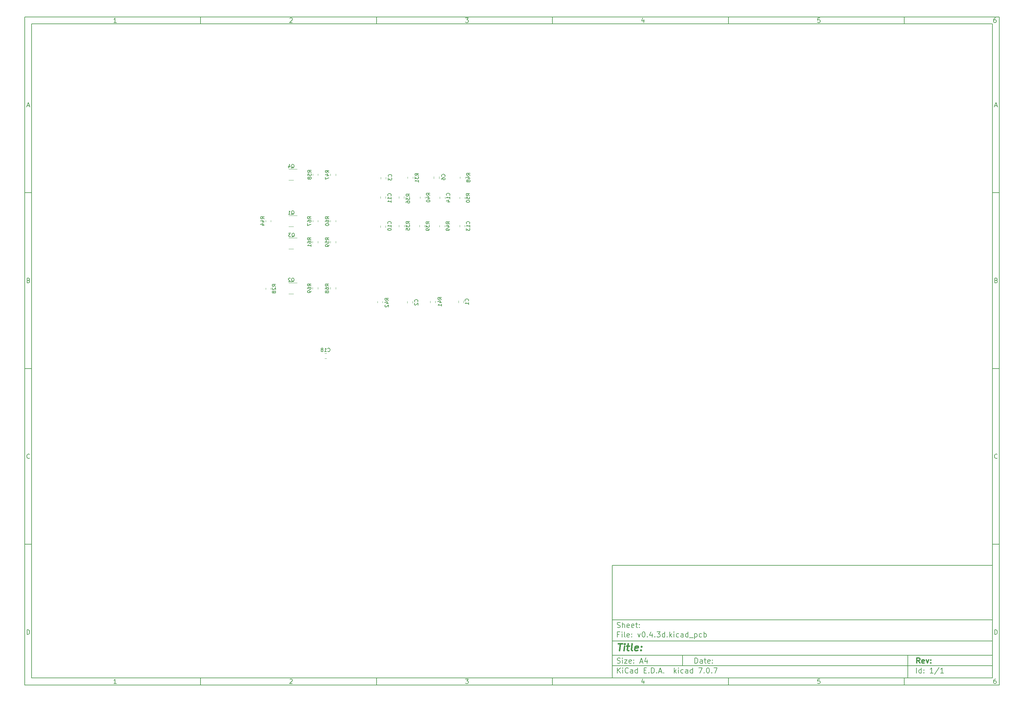
<source format=gbr>
%TF.GenerationSoftware,KiCad,Pcbnew,7.0.7*%
%TF.CreationDate,2024-10-02T11:43:54-03:00*%
%TF.ProjectId,v0.4.3d,76302e34-2e33-4642-9e6b-696361645f70,rev?*%
%TF.SameCoordinates,Original*%
%TF.FileFunction,Legend,Bot*%
%TF.FilePolarity,Positive*%
%FSLAX46Y46*%
G04 Gerber Fmt 4.6, Leading zero omitted, Abs format (unit mm)*
G04 Created by KiCad (PCBNEW 7.0.7) date 2024-10-02 11:43:54*
%MOMM*%
%LPD*%
G01*
G04 APERTURE LIST*
%ADD10C,0.100000*%
%ADD11C,0.150000*%
%ADD12C,0.300000*%
%ADD13C,0.400000*%
%ADD14C,0.120000*%
G04 APERTURE END LIST*
D10*
D11*
X177002200Y-166007200D02*
X285002200Y-166007200D01*
X285002200Y-198007200D01*
X177002200Y-198007200D01*
X177002200Y-166007200D01*
D10*
D11*
X10000000Y-10000000D02*
X287002200Y-10000000D01*
X287002200Y-200007200D01*
X10000000Y-200007200D01*
X10000000Y-10000000D01*
D10*
D11*
X12000000Y-12000000D02*
X285002200Y-12000000D01*
X285002200Y-198007200D01*
X12000000Y-198007200D01*
X12000000Y-12000000D01*
D10*
D11*
X60000000Y-12000000D02*
X60000000Y-10000000D01*
D10*
D11*
X110000000Y-12000000D02*
X110000000Y-10000000D01*
D10*
D11*
X160000000Y-12000000D02*
X160000000Y-10000000D01*
D10*
D11*
X210000000Y-12000000D02*
X210000000Y-10000000D01*
D10*
D11*
X260000000Y-12000000D02*
X260000000Y-10000000D01*
D10*
D11*
X36089160Y-11593604D02*
X35346303Y-11593604D01*
X35717731Y-11593604D02*
X35717731Y-10293604D01*
X35717731Y-10293604D02*
X35593922Y-10479319D01*
X35593922Y-10479319D02*
X35470112Y-10603128D01*
X35470112Y-10603128D02*
X35346303Y-10665033D01*
D10*
D11*
X85346303Y-10417414D02*
X85408207Y-10355509D01*
X85408207Y-10355509D02*
X85532017Y-10293604D01*
X85532017Y-10293604D02*
X85841541Y-10293604D01*
X85841541Y-10293604D02*
X85965350Y-10355509D01*
X85965350Y-10355509D02*
X86027255Y-10417414D01*
X86027255Y-10417414D02*
X86089160Y-10541223D01*
X86089160Y-10541223D02*
X86089160Y-10665033D01*
X86089160Y-10665033D02*
X86027255Y-10850747D01*
X86027255Y-10850747D02*
X85284398Y-11593604D01*
X85284398Y-11593604D02*
X86089160Y-11593604D01*
D10*
D11*
X135284398Y-10293604D02*
X136089160Y-10293604D01*
X136089160Y-10293604D02*
X135655826Y-10788842D01*
X135655826Y-10788842D02*
X135841541Y-10788842D01*
X135841541Y-10788842D02*
X135965350Y-10850747D01*
X135965350Y-10850747D02*
X136027255Y-10912652D01*
X136027255Y-10912652D02*
X136089160Y-11036461D01*
X136089160Y-11036461D02*
X136089160Y-11345985D01*
X136089160Y-11345985D02*
X136027255Y-11469795D01*
X136027255Y-11469795D02*
X135965350Y-11531700D01*
X135965350Y-11531700D02*
X135841541Y-11593604D01*
X135841541Y-11593604D02*
X135470112Y-11593604D01*
X135470112Y-11593604D02*
X135346303Y-11531700D01*
X135346303Y-11531700D02*
X135284398Y-11469795D01*
D10*
D11*
X185965350Y-10726938D02*
X185965350Y-11593604D01*
X185655826Y-10231700D02*
X185346303Y-11160271D01*
X185346303Y-11160271D02*
X186151064Y-11160271D01*
D10*
D11*
X236027255Y-10293604D02*
X235408207Y-10293604D01*
X235408207Y-10293604D02*
X235346303Y-10912652D01*
X235346303Y-10912652D02*
X235408207Y-10850747D01*
X235408207Y-10850747D02*
X235532017Y-10788842D01*
X235532017Y-10788842D02*
X235841541Y-10788842D01*
X235841541Y-10788842D02*
X235965350Y-10850747D01*
X235965350Y-10850747D02*
X236027255Y-10912652D01*
X236027255Y-10912652D02*
X236089160Y-11036461D01*
X236089160Y-11036461D02*
X236089160Y-11345985D01*
X236089160Y-11345985D02*
X236027255Y-11469795D01*
X236027255Y-11469795D02*
X235965350Y-11531700D01*
X235965350Y-11531700D02*
X235841541Y-11593604D01*
X235841541Y-11593604D02*
X235532017Y-11593604D01*
X235532017Y-11593604D02*
X235408207Y-11531700D01*
X235408207Y-11531700D02*
X235346303Y-11469795D01*
D10*
D11*
X285965350Y-10293604D02*
X285717731Y-10293604D01*
X285717731Y-10293604D02*
X285593922Y-10355509D01*
X285593922Y-10355509D02*
X285532017Y-10417414D01*
X285532017Y-10417414D02*
X285408207Y-10603128D01*
X285408207Y-10603128D02*
X285346303Y-10850747D01*
X285346303Y-10850747D02*
X285346303Y-11345985D01*
X285346303Y-11345985D02*
X285408207Y-11469795D01*
X285408207Y-11469795D02*
X285470112Y-11531700D01*
X285470112Y-11531700D02*
X285593922Y-11593604D01*
X285593922Y-11593604D02*
X285841541Y-11593604D01*
X285841541Y-11593604D02*
X285965350Y-11531700D01*
X285965350Y-11531700D02*
X286027255Y-11469795D01*
X286027255Y-11469795D02*
X286089160Y-11345985D01*
X286089160Y-11345985D02*
X286089160Y-11036461D01*
X286089160Y-11036461D02*
X286027255Y-10912652D01*
X286027255Y-10912652D02*
X285965350Y-10850747D01*
X285965350Y-10850747D02*
X285841541Y-10788842D01*
X285841541Y-10788842D02*
X285593922Y-10788842D01*
X285593922Y-10788842D02*
X285470112Y-10850747D01*
X285470112Y-10850747D02*
X285408207Y-10912652D01*
X285408207Y-10912652D02*
X285346303Y-11036461D01*
D10*
D11*
X60000000Y-198007200D02*
X60000000Y-200007200D01*
D10*
D11*
X110000000Y-198007200D02*
X110000000Y-200007200D01*
D10*
D11*
X160000000Y-198007200D02*
X160000000Y-200007200D01*
D10*
D11*
X210000000Y-198007200D02*
X210000000Y-200007200D01*
D10*
D11*
X260000000Y-198007200D02*
X260000000Y-200007200D01*
D10*
D11*
X36089160Y-199600804D02*
X35346303Y-199600804D01*
X35717731Y-199600804D02*
X35717731Y-198300804D01*
X35717731Y-198300804D02*
X35593922Y-198486519D01*
X35593922Y-198486519D02*
X35470112Y-198610328D01*
X35470112Y-198610328D02*
X35346303Y-198672233D01*
D10*
D11*
X85346303Y-198424614D02*
X85408207Y-198362709D01*
X85408207Y-198362709D02*
X85532017Y-198300804D01*
X85532017Y-198300804D02*
X85841541Y-198300804D01*
X85841541Y-198300804D02*
X85965350Y-198362709D01*
X85965350Y-198362709D02*
X86027255Y-198424614D01*
X86027255Y-198424614D02*
X86089160Y-198548423D01*
X86089160Y-198548423D02*
X86089160Y-198672233D01*
X86089160Y-198672233D02*
X86027255Y-198857947D01*
X86027255Y-198857947D02*
X85284398Y-199600804D01*
X85284398Y-199600804D02*
X86089160Y-199600804D01*
D10*
D11*
X135284398Y-198300804D02*
X136089160Y-198300804D01*
X136089160Y-198300804D02*
X135655826Y-198796042D01*
X135655826Y-198796042D02*
X135841541Y-198796042D01*
X135841541Y-198796042D02*
X135965350Y-198857947D01*
X135965350Y-198857947D02*
X136027255Y-198919852D01*
X136027255Y-198919852D02*
X136089160Y-199043661D01*
X136089160Y-199043661D02*
X136089160Y-199353185D01*
X136089160Y-199353185D02*
X136027255Y-199476995D01*
X136027255Y-199476995D02*
X135965350Y-199538900D01*
X135965350Y-199538900D02*
X135841541Y-199600804D01*
X135841541Y-199600804D02*
X135470112Y-199600804D01*
X135470112Y-199600804D02*
X135346303Y-199538900D01*
X135346303Y-199538900D02*
X135284398Y-199476995D01*
D10*
D11*
X185965350Y-198734138D02*
X185965350Y-199600804D01*
X185655826Y-198238900D02*
X185346303Y-199167471D01*
X185346303Y-199167471D02*
X186151064Y-199167471D01*
D10*
D11*
X236027255Y-198300804D02*
X235408207Y-198300804D01*
X235408207Y-198300804D02*
X235346303Y-198919852D01*
X235346303Y-198919852D02*
X235408207Y-198857947D01*
X235408207Y-198857947D02*
X235532017Y-198796042D01*
X235532017Y-198796042D02*
X235841541Y-198796042D01*
X235841541Y-198796042D02*
X235965350Y-198857947D01*
X235965350Y-198857947D02*
X236027255Y-198919852D01*
X236027255Y-198919852D02*
X236089160Y-199043661D01*
X236089160Y-199043661D02*
X236089160Y-199353185D01*
X236089160Y-199353185D02*
X236027255Y-199476995D01*
X236027255Y-199476995D02*
X235965350Y-199538900D01*
X235965350Y-199538900D02*
X235841541Y-199600804D01*
X235841541Y-199600804D02*
X235532017Y-199600804D01*
X235532017Y-199600804D02*
X235408207Y-199538900D01*
X235408207Y-199538900D02*
X235346303Y-199476995D01*
D10*
D11*
X285965350Y-198300804D02*
X285717731Y-198300804D01*
X285717731Y-198300804D02*
X285593922Y-198362709D01*
X285593922Y-198362709D02*
X285532017Y-198424614D01*
X285532017Y-198424614D02*
X285408207Y-198610328D01*
X285408207Y-198610328D02*
X285346303Y-198857947D01*
X285346303Y-198857947D02*
X285346303Y-199353185D01*
X285346303Y-199353185D02*
X285408207Y-199476995D01*
X285408207Y-199476995D02*
X285470112Y-199538900D01*
X285470112Y-199538900D02*
X285593922Y-199600804D01*
X285593922Y-199600804D02*
X285841541Y-199600804D01*
X285841541Y-199600804D02*
X285965350Y-199538900D01*
X285965350Y-199538900D02*
X286027255Y-199476995D01*
X286027255Y-199476995D02*
X286089160Y-199353185D01*
X286089160Y-199353185D02*
X286089160Y-199043661D01*
X286089160Y-199043661D02*
X286027255Y-198919852D01*
X286027255Y-198919852D02*
X285965350Y-198857947D01*
X285965350Y-198857947D02*
X285841541Y-198796042D01*
X285841541Y-198796042D02*
X285593922Y-198796042D01*
X285593922Y-198796042D02*
X285470112Y-198857947D01*
X285470112Y-198857947D02*
X285408207Y-198919852D01*
X285408207Y-198919852D02*
X285346303Y-199043661D01*
D10*
D11*
X10000000Y-60000000D02*
X12000000Y-60000000D01*
D10*
D11*
X10000000Y-110000000D02*
X12000000Y-110000000D01*
D10*
D11*
X10000000Y-160000000D02*
X12000000Y-160000000D01*
D10*
D11*
X10690476Y-35222176D02*
X11309523Y-35222176D01*
X10566666Y-35593604D02*
X10999999Y-34293604D01*
X10999999Y-34293604D02*
X11433333Y-35593604D01*
D10*
D11*
X11092857Y-84912652D02*
X11278571Y-84974557D01*
X11278571Y-84974557D02*
X11340476Y-85036461D01*
X11340476Y-85036461D02*
X11402380Y-85160271D01*
X11402380Y-85160271D02*
X11402380Y-85345985D01*
X11402380Y-85345985D02*
X11340476Y-85469795D01*
X11340476Y-85469795D02*
X11278571Y-85531700D01*
X11278571Y-85531700D02*
X11154761Y-85593604D01*
X11154761Y-85593604D02*
X10659523Y-85593604D01*
X10659523Y-85593604D02*
X10659523Y-84293604D01*
X10659523Y-84293604D02*
X11092857Y-84293604D01*
X11092857Y-84293604D02*
X11216666Y-84355509D01*
X11216666Y-84355509D02*
X11278571Y-84417414D01*
X11278571Y-84417414D02*
X11340476Y-84541223D01*
X11340476Y-84541223D02*
X11340476Y-84665033D01*
X11340476Y-84665033D02*
X11278571Y-84788842D01*
X11278571Y-84788842D02*
X11216666Y-84850747D01*
X11216666Y-84850747D02*
X11092857Y-84912652D01*
X11092857Y-84912652D02*
X10659523Y-84912652D01*
D10*
D11*
X11402380Y-135469795D02*
X11340476Y-135531700D01*
X11340476Y-135531700D02*
X11154761Y-135593604D01*
X11154761Y-135593604D02*
X11030952Y-135593604D01*
X11030952Y-135593604D02*
X10845238Y-135531700D01*
X10845238Y-135531700D02*
X10721428Y-135407890D01*
X10721428Y-135407890D02*
X10659523Y-135284080D01*
X10659523Y-135284080D02*
X10597619Y-135036461D01*
X10597619Y-135036461D02*
X10597619Y-134850747D01*
X10597619Y-134850747D02*
X10659523Y-134603128D01*
X10659523Y-134603128D02*
X10721428Y-134479319D01*
X10721428Y-134479319D02*
X10845238Y-134355509D01*
X10845238Y-134355509D02*
X11030952Y-134293604D01*
X11030952Y-134293604D02*
X11154761Y-134293604D01*
X11154761Y-134293604D02*
X11340476Y-134355509D01*
X11340476Y-134355509D02*
X11402380Y-134417414D01*
D10*
D11*
X10659523Y-185593604D02*
X10659523Y-184293604D01*
X10659523Y-184293604D02*
X10969047Y-184293604D01*
X10969047Y-184293604D02*
X11154761Y-184355509D01*
X11154761Y-184355509D02*
X11278571Y-184479319D01*
X11278571Y-184479319D02*
X11340476Y-184603128D01*
X11340476Y-184603128D02*
X11402380Y-184850747D01*
X11402380Y-184850747D02*
X11402380Y-185036461D01*
X11402380Y-185036461D02*
X11340476Y-185284080D01*
X11340476Y-185284080D02*
X11278571Y-185407890D01*
X11278571Y-185407890D02*
X11154761Y-185531700D01*
X11154761Y-185531700D02*
X10969047Y-185593604D01*
X10969047Y-185593604D02*
X10659523Y-185593604D01*
D10*
D11*
X287002200Y-60000000D02*
X285002200Y-60000000D01*
D10*
D11*
X287002200Y-110000000D02*
X285002200Y-110000000D01*
D10*
D11*
X287002200Y-160000000D02*
X285002200Y-160000000D01*
D10*
D11*
X285692676Y-35222176D02*
X286311723Y-35222176D01*
X285568866Y-35593604D02*
X286002199Y-34293604D01*
X286002199Y-34293604D02*
X286435533Y-35593604D01*
D10*
D11*
X286095057Y-84912652D02*
X286280771Y-84974557D01*
X286280771Y-84974557D02*
X286342676Y-85036461D01*
X286342676Y-85036461D02*
X286404580Y-85160271D01*
X286404580Y-85160271D02*
X286404580Y-85345985D01*
X286404580Y-85345985D02*
X286342676Y-85469795D01*
X286342676Y-85469795D02*
X286280771Y-85531700D01*
X286280771Y-85531700D02*
X286156961Y-85593604D01*
X286156961Y-85593604D02*
X285661723Y-85593604D01*
X285661723Y-85593604D02*
X285661723Y-84293604D01*
X285661723Y-84293604D02*
X286095057Y-84293604D01*
X286095057Y-84293604D02*
X286218866Y-84355509D01*
X286218866Y-84355509D02*
X286280771Y-84417414D01*
X286280771Y-84417414D02*
X286342676Y-84541223D01*
X286342676Y-84541223D02*
X286342676Y-84665033D01*
X286342676Y-84665033D02*
X286280771Y-84788842D01*
X286280771Y-84788842D02*
X286218866Y-84850747D01*
X286218866Y-84850747D02*
X286095057Y-84912652D01*
X286095057Y-84912652D02*
X285661723Y-84912652D01*
D10*
D11*
X286404580Y-135469795D02*
X286342676Y-135531700D01*
X286342676Y-135531700D02*
X286156961Y-135593604D01*
X286156961Y-135593604D02*
X286033152Y-135593604D01*
X286033152Y-135593604D02*
X285847438Y-135531700D01*
X285847438Y-135531700D02*
X285723628Y-135407890D01*
X285723628Y-135407890D02*
X285661723Y-135284080D01*
X285661723Y-135284080D02*
X285599819Y-135036461D01*
X285599819Y-135036461D02*
X285599819Y-134850747D01*
X285599819Y-134850747D02*
X285661723Y-134603128D01*
X285661723Y-134603128D02*
X285723628Y-134479319D01*
X285723628Y-134479319D02*
X285847438Y-134355509D01*
X285847438Y-134355509D02*
X286033152Y-134293604D01*
X286033152Y-134293604D02*
X286156961Y-134293604D01*
X286156961Y-134293604D02*
X286342676Y-134355509D01*
X286342676Y-134355509D02*
X286404580Y-134417414D01*
D10*
D11*
X285661723Y-185593604D02*
X285661723Y-184293604D01*
X285661723Y-184293604D02*
X285971247Y-184293604D01*
X285971247Y-184293604D02*
X286156961Y-184355509D01*
X286156961Y-184355509D02*
X286280771Y-184479319D01*
X286280771Y-184479319D02*
X286342676Y-184603128D01*
X286342676Y-184603128D02*
X286404580Y-184850747D01*
X286404580Y-184850747D02*
X286404580Y-185036461D01*
X286404580Y-185036461D02*
X286342676Y-185284080D01*
X286342676Y-185284080D02*
X286280771Y-185407890D01*
X286280771Y-185407890D02*
X286156961Y-185531700D01*
X286156961Y-185531700D02*
X285971247Y-185593604D01*
X285971247Y-185593604D02*
X285661723Y-185593604D01*
D10*
D11*
X200458026Y-193793328D02*
X200458026Y-192293328D01*
X200458026Y-192293328D02*
X200815169Y-192293328D01*
X200815169Y-192293328D02*
X201029455Y-192364757D01*
X201029455Y-192364757D02*
X201172312Y-192507614D01*
X201172312Y-192507614D02*
X201243741Y-192650471D01*
X201243741Y-192650471D02*
X201315169Y-192936185D01*
X201315169Y-192936185D02*
X201315169Y-193150471D01*
X201315169Y-193150471D02*
X201243741Y-193436185D01*
X201243741Y-193436185D02*
X201172312Y-193579042D01*
X201172312Y-193579042D02*
X201029455Y-193721900D01*
X201029455Y-193721900D02*
X200815169Y-193793328D01*
X200815169Y-193793328D02*
X200458026Y-193793328D01*
X202600884Y-193793328D02*
X202600884Y-193007614D01*
X202600884Y-193007614D02*
X202529455Y-192864757D01*
X202529455Y-192864757D02*
X202386598Y-192793328D01*
X202386598Y-192793328D02*
X202100884Y-192793328D01*
X202100884Y-192793328D02*
X201958026Y-192864757D01*
X202600884Y-193721900D02*
X202458026Y-193793328D01*
X202458026Y-193793328D02*
X202100884Y-193793328D01*
X202100884Y-193793328D02*
X201958026Y-193721900D01*
X201958026Y-193721900D02*
X201886598Y-193579042D01*
X201886598Y-193579042D02*
X201886598Y-193436185D01*
X201886598Y-193436185D02*
X201958026Y-193293328D01*
X201958026Y-193293328D02*
X202100884Y-193221900D01*
X202100884Y-193221900D02*
X202458026Y-193221900D01*
X202458026Y-193221900D02*
X202600884Y-193150471D01*
X203100884Y-192793328D02*
X203672312Y-192793328D01*
X203315169Y-192293328D02*
X203315169Y-193579042D01*
X203315169Y-193579042D02*
X203386598Y-193721900D01*
X203386598Y-193721900D02*
X203529455Y-193793328D01*
X203529455Y-193793328D02*
X203672312Y-193793328D01*
X204743741Y-193721900D02*
X204600884Y-193793328D01*
X204600884Y-193793328D02*
X204315170Y-193793328D01*
X204315170Y-193793328D02*
X204172312Y-193721900D01*
X204172312Y-193721900D02*
X204100884Y-193579042D01*
X204100884Y-193579042D02*
X204100884Y-193007614D01*
X204100884Y-193007614D02*
X204172312Y-192864757D01*
X204172312Y-192864757D02*
X204315170Y-192793328D01*
X204315170Y-192793328D02*
X204600884Y-192793328D01*
X204600884Y-192793328D02*
X204743741Y-192864757D01*
X204743741Y-192864757D02*
X204815170Y-193007614D01*
X204815170Y-193007614D02*
X204815170Y-193150471D01*
X204815170Y-193150471D02*
X204100884Y-193293328D01*
X205458026Y-193650471D02*
X205529455Y-193721900D01*
X205529455Y-193721900D02*
X205458026Y-193793328D01*
X205458026Y-193793328D02*
X205386598Y-193721900D01*
X205386598Y-193721900D02*
X205458026Y-193650471D01*
X205458026Y-193650471D02*
X205458026Y-193793328D01*
X205458026Y-192864757D02*
X205529455Y-192936185D01*
X205529455Y-192936185D02*
X205458026Y-193007614D01*
X205458026Y-193007614D02*
X205386598Y-192936185D01*
X205386598Y-192936185D02*
X205458026Y-192864757D01*
X205458026Y-192864757D02*
X205458026Y-193007614D01*
D10*
D11*
X177002200Y-194507200D02*
X285002200Y-194507200D01*
D10*
D11*
X178458026Y-196593328D02*
X178458026Y-195093328D01*
X179315169Y-196593328D02*
X178672312Y-195736185D01*
X179315169Y-195093328D02*
X178458026Y-195950471D01*
X179958026Y-196593328D02*
X179958026Y-195593328D01*
X179958026Y-195093328D02*
X179886598Y-195164757D01*
X179886598Y-195164757D02*
X179958026Y-195236185D01*
X179958026Y-195236185D02*
X180029455Y-195164757D01*
X180029455Y-195164757D02*
X179958026Y-195093328D01*
X179958026Y-195093328D02*
X179958026Y-195236185D01*
X181529455Y-196450471D02*
X181458027Y-196521900D01*
X181458027Y-196521900D02*
X181243741Y-196593328D01*
X181243741Y-196593328D02*
X181100884Y-196593328D01*
X181100884Y-196593328D02*
X180886598Y-196521900D01*
X180886598Y-196521900D02*
X180743741Y-196379042D01*
X180743741Y-196379042D02*
X180672312Y-196236185D01*
X180672312Y-196236185D02*
X180600884Y-195950471D01*
X180600884Y-195950471D02*
X180600884Y-195736185D01*
X180600884Y-195736185D02*
X180672312Y-195450471D01*
X180672312Y-195450471D02*
X180743741Y-195307614D01*
X180743741Y-195307614D02*
X180886598Y-195164757D01*
X180886598Y-195164757D02*
X181100884Y-195093328D01*
X181100884Y-195093328D02*
X181243741Y-195093328D01*
X181243741Y-195093328D02*
X181458027Y-195164757D01*
X181458027Y-195164757D02*
X181529455Y-195236185D01*
X182815170Y-196593328D02*
X182815170Y-195807614D01*
X182815170Y-195807614D02*
X182743741Y-195664757D01*
X182743741Y-195664757D02*
X182600884Y-195593328D01*
X182600884Y-195593328D02*
X182315170Y-195593328D01*
X182315170Y-195593328D02*
X182172312Y-195664757D01*
X182815170Y-196521900D02*
X182672312Y-196593328D01*
X182672312Y-196593328D02*
X182315170Y-196593328D01*
X182315170Y-196593328D02*
X182172312Y-196521900D01*
X182172312Y-196521900D02*
X182100884Y-196379042D01*
X182100884Y-196379042D02*
X182100884Y-196236185D01*
X182100884Y-196236185D02*
X182172312Y-196093328D01*
X182172312Y-196093328D02*
X182315170Y-196021900D01*
X182315170Y-196021900D02*
X182672312Y-196021900D01*
X182672312Y-196021900D02*
X182815170Y-195950471D01*
X184172313Y-196593328D02*
X184172313Y-195093328D01*
X184172313Y-196521900D02*
X184029455Y-196593328D01*
X184029455Y-196593328D02*
X183743741Y-196593328D01*
X183743741Y-196593328D02*
X183600884Y-196521900D01*
X183600884Y-196521900D02*
X183529455Y-196450471D01*
X183529455Y-196450471D02*
X183458027Y-196307614D01*
X183458027Y-196307614D02*
X183458027Y-195879042D01*
X183458027Y-195879042D02*
X183529455Y-195736185D01*
X183529455Y-195736185D02*
X183600884Y-195664757D01*
X183600884Y-195664757D02*
X183743741Y-195593328D01*
X183743741Y-195593328D02*
X184029455Y-195593328D01*
X184029455Y-195593328D02*
X184172313Y-195664757D01*
X186029455Y-195807614D02*
X186529455Y-195807614D01*
X186743741Y-196593328D02*
X186029455Y-196593328D01*
X186029455Y-196593328D02*
X186029455Y-195093328D01*
X186029455Y-195093328D02*
X186743741Y-195093328D01*
X187386598Y-196450471D02*
X187458027Y-196521900D01*
X187458027Y-196521900D02*
X187386598Y-196593328D01*
X187386598Y-196593328D02*
X187315170Y-196521900D01*
X187315170Y-196521900D02*
X187386598Y-196450471D01*
X187386598Y-196450471D02*
X187386598Y-196593328D01*
X188100884Y-196593328D02*
X188100884Y-195093328D01*
X188100884Y-195093328D02*
X188458027Y-195093328D01*
X188458027Y-195093328D02*
X188672313Y-195164757D01*
X188672313Y-195164757D02*
X188815170Y-195307614D01*
X188815170Y-195307614D02*
X188886599Y-195450471D01*
X188886599Y-195450471D02*
X188958027Y-195736185D01*
X188958027Y-195736185D02*
X188958027Y-195950471D01*
X188958027Y-195950471D02*
X188886599Y-196236185D01*
X188886599Y-196236185D02*
X188815170Y-196379042D01*
X188815170Y-196379042D02*
X188672313Y-196521900D01*
X188672313Y-196521900D02*
X188458027Y-196593328D01*
X188458027Y-196593328D02*
X188100884Y-196593328D01*
X189600884Y-196450471D02*
X189672313Y-196521900D01*
X189672313Y-196521900D02*
X189600884Y-196593328D01*
X189600884Y-196593328D02*
X189529456Y-196521900D01*
X189529456Y-196521900D02*
X189600884Y-196450471D01*
X189600884Y-196450471D02*
X189600884Y-196593328D01*
X190243742Y-196164757D02*
X190958028Y-196164757D01*
X190100885Y-196593328D02*
X190600885Y-195093328D01*
X190600885Y-195093328D02*
X191100885Y-196593328D01*
X191600884Y-196450471D02*
X191672313Y-196521900D01*
X191672313Y-196521900D02*
X191600884Y-196593328D01*
X191600884Y-196593328D02*
X191529456Y-196521900D01*
X191529456Y-196521900D02*
X191600884Y-196450471D01*
X191600884Y-196450471D02*
X191600884Y-196593328D01*
X194600884Y-196593328D02*
X194600884Y-195093328D01*
X194743742Y-196021900D02*
X195172313Y-196593328D01*
X195172313Y-195593328D02*
X194600884Y-196164757D01*
X195815170Y-196593328D02*
X195815170Y-195593328D01*
X195815170Y-195093328D02*
X195743742Y-195164757D01*
X195743742Y-195164757D02*
X195815170Y-195236185D01*
X195815170Y-195236185D02*
X195886599Y-195164757D01*
X195886599Y-195164757D02*
X195815170Y-195093328D01*
X195815170Y-195093328D02*
X195815170Y-195236185D01*
X197172314Y-196521900D02*
X197029456Y-196593328D01*
X197029456Y-196593328D02*
X196743742Y-196593328D01*
X196743742Y-196593328D02*
X196600885Y-196521900D01*
X196600885Y-196521900D02*
X196529456Y-196450471D01*
X196529456Y-196450471D02*
X196458028Y-196307614D01*
X196458028Y-196307614D02*
X196458028Y-195879042D01*
X196458028Y-195879042D02*
X196529456Y-195736185D01*
X196529456Y-195736185D02*
X196600885Y-195664757D01*
X196600885Y-195664757D02*
X196743742Y-195593328D01*
X196743742Y-195593328D02*
X197029456Y-195593328D01*
X197029456Y-195593328D02*
X197172314Y-195664757D01*
X198458028Y-196593328D02*
X198458028Y-195807614D01*
X198458028Y-195807614D02*
X198386599Y-195664757D01*
X198386599Y-195664757D02*
X198243742Y-195593328D01*
X198243742Y-195593328D02*
X197958028Y-195593328D01*
X197958028Y-195593328D02*
X197815170Y-195664757D01*
X198458028Y-196521900D02*
X198315170Y-196593328D01*
X198315170Y-196593328D02*
X197958028Y-196593328D01*
X197958028Y-196593328D02*
X197815170Y-196521900D01*
X197815170Y-196521900D02*
X197743742Y-196379042D01*
X197743742Y-196379042D02*
X197743742Y-196236185D01*
X197743742Y-196236185D02*
X197815170Y-196093328D01*
X197815170Y-196093328D02*
X197958028Y-196021900D01*
X197958028Y-196021900D02*
X198315170Y-196021900D01*
X198315170Y-196021900D02*
X198458028Y-195950471D01*
X199815171Y-196593328D02*
X199815171Y-195093328D01*
X199815171Y-196521900D02*
X199672313Y-196593328D01*
X199672313Y-196593328D02*
X199386599Y-196593328D01*
X199386599Y-196593328D02*
X199243742Y-196521900D01*
X199243742Y-196521900D02*
X199172313Y-196450471D01*
X199172313Y-196450471D02*
X199100885Y-196307614D01*
X199100885Y-196307614D02*
X199100885Y-195879042D01*
X199100885Y-195879042D02*
X199172313Y-195736185D01*
X199172313Y-195736185D02*
X199243742Y-195664757D01*
X199243742Y-195664757D02*
X199386599Y-195593328D01*
X199386599Y-195593328D02*
X199672313Y-195593328D01*
X199672313Y-195593328D02*
X199815171Y-195664757D01*
X201529456Y-195093328D02*
X202529456Y-195093328D01*
X202529456Y-195093328D02*
X201886599Y-196593328D01*
X203100884Y-196450471D02*
X203172313Y-196521900D01*
X203172313Y-196521900D02*
X203100884Y-196593328D01*
X203100884Y-196593328D02*
X203029456Y-196521900D01*
X203029456Y-196521900D02*
X203100884Y-196450471D01*
X203100884Y-196450471D02*
X203100884Y-196593328D01*
X204100885Y-195093328D02*
X204243742Y-195093328D01*
X204243742Y-195093328D02*
X204386599Y-195164757D01*
X204386599Y-195164757D02*
X204458028Y-195236185D01*
X204458028Y-195236185D02*
X204529456Y-195379042D01*
X204529456Y-195379042D02*
X204600885Y-195664757D01*
X204600885Y-195664757D02*
X204600885Y-196021900D01*
X204600885Y-196021900D02*
X204529456Y-196307614D01*
X204529456Y-196307614D02*
X204458028Y-196450471D01*
X204458028Y-196450471D02*
X204386599Y-196521900D01*
X204386599Y-196521900D02*
X204243742Y-196593328D01*
X204243742Y-196593328D02*
X204100885Y-196593328D01*
X204100885Y-196593328D02*
X203958028Y-196521900D01*
X203958028Y-196521900D02*
X203886599Y-196450471D01*
X203886599Y-196450471D02*
X203815170Y-196307614D01*
X203815170Y-196307614D02*
X203743742Y-196021900D01*
X203743742Y-196021900D02*
X203743742Y-195664757D01*
X203743742Y-195664757D02*
X203815170Y-195379042D01*
X203815170Y-195379042D02*
X203886599Y-195236185D01*
X203886599Y-195236185D02*
X203958028Y-195164757D01*
X203958028Y-195164757D02*
X204100885Y-195093328D01*
X205243741Y-196450471D02*
X205315170Y-196521900D01*
X205315170Y-196521900D02*
X205243741Y-196593328D01*
X205243741Y-196593328D02*
X205172313Y-196521900D01*
X205172313Y-196521900D02*
X205243741Y-196450471D01*
X205243741Y-196450471D02*
X205243741Y-196593328D01*
X205815170Y-195093328D02*
X206815170Y-195093328D01*
X206815170Y-195093328D02*
X206172313Y-196593328D01*
D10*
D11*
X177002200Y-191507200D02*
X285002200Y-191507200D01*
D10*
D12*
X264413853Y-193785528D02*
X263913853Y-193071242D01*
X263556710Y-193785528D02*
X263556710Y-192285528D01*
X263556710Y-192285528D02*
X264128139Y-192285528D01*
X264128139Y-192285528D02*
X264270996Y-192356957D01*
X264270996Y-192356957D02*
X264342425Y-192428385D01*
X264342425Y-192428385D02*
X264413853Y-192571242D01*
X264413853Y-192571242D02*
X264413853Y-192785528D01*
X264413853Y-192785528D02*
X264342425Y-192928385D01*
X264342425Y-192928385D02*
X264270996Y-192999814D01*
X264270996Y-192999814D02*
X264128139Y-193071242D01*
X264128139Y-193071242D02*
X263556710Y-193071242D01*
X265628139Y-193714100D02*
X265485282Y-193785528D01*
X265485282Y-193785528D02*
X265199568Y-193785528D01*
X265199568Y-193785528D02*
X265056710Y-193714100D01*
X265056710Y-193714100D02*
X264985282Y-193571242D01*
X264985282Y-193571242D02*
X264985282Y-192999814D01*
X264985282Y-192999814D02*
X265056710Y-192856957D01*
X265056710Y-192856957D02*
X265199568Y-192785528D01*
X265199568Y-192785528D02*
X265485282Y-192785528D01*
X265485282Y-192785528D02*
X265628139Y-192856957D01*
X265628139Y-192856957D02*
X265699568Y-192999814D01*
X265699568Y-192999814D02*
X265699568Y-193142671D01*
X265699568Y-193142671D02*
X264985282Y-193285528D01*
X266199567Y-192785528D02*
X266556710Y-193785528D01*
X266556710Y-193785528D02*
X266913853Y-192785528D01*
X267485281Y-193642671D02*
X267556710Y-193714100D01*
X267556710Y-193714100D02*
X267485281Y-193785528D01*
X267485281Y-193785528D02*
X267413853Y-193714100D01*
X267413853Y-193714100D02*
X267485281Y-193642671D01*
X267485281Y-193642671D02*
X267485281Y-193785528D01*
X267485281Y-192856957D02*
X267556710Y-192928385D01*
X267556710Y-192928385D02*
X267485281Y-192999814D01*
X267485281Y-192999814D02*
X267413853Y-192928385D01*
X267413853Y-192928385D02*
X267485281Y-192856957D01*
X267485281Y-192856957D02*
X267485281Y-192999814D01*
D10*
D11*
X178386598Y-193721900D02*
X178600884Y-193793328D01*
X178600884Y-193793328D02*
X178958026Y-193793328D01*
X178958026Y-193793328D02*
X179100884Y-193721900D01*
X179100884Y-193721900D02*
X179172312Y-193650471D01*
X179172312Y-193650471D02*
X179243741Y-193507614D01*
X179243741Y-193507614D02*
X179243741Y-193364757D01*
X179243741Y-193364757D02*
X179172312Y-193221900D01*
X179172312Y-193221900D02*
X179100884Y-193150471D01*
X179100884Y-193150471D02*
X178958026Y-193079042D01*
X178958026Y-193079042D02*
X178672312Y-193007614D01*
X178672312Y-193007614D02*
X178529455Y-192936185D01*
X178529455Y-192936185D02*
X178458026Y-192864757D01*
X178458026Y-192864757D02*
X178386598Y-192721900D01*
X178386598Y-192721900D02*
X178386598Y-192579042D01*
X178386598Y-192579042D02*
X178458026Y-192436185D01*
X178458026Y-192436185D02*
X178529455Y-192364757D01*
X178529455Y-192364757D02*
X178672312Y-192293328D01*
X178672312Y-192293328D02*
X179029455Y-192293328D01*
X179029455Y-192293328D02*
X179243741Y-192364757D01*
X179886597Y-193793328D02*
X179886597Y-192793328D01*
X179886597Y-192293328D02*
X179815169Y-192364757D01*
X179815169Y-192364757D02*
X179886597Y-192436185D01*
X179886597Y-192436185D02*
X179958026Y-192364757D01*
X179958026Y-192364757D02*
X179886597Y-192293328D01*
X179886597Y-192293328D02*
X179886597Y-192436185D01*
X180458026Y-192793328D02*
X181243741Y-192793328D01*
X181243741Y-192793328D02*
X180458026Y-193793328D01*
X180458026Y-193793328D02*
X181243741Y-193793328D01*
X182386598Y-193721900D02*
X182243741Y-193793328D01*
X182243741Y-193793328D02*
X181958027Y-193793328D01*
X181958027Y-193793328D02*
X181815169Y-193721900D01*
X181815169Y-193721900D02*
X181743741Y-193579042D01*
X181743741Y-193579042D02*
X181743741Y-193007614D01*
X181743741Y-193007614D02*
X181815169Y-192864757D01*
X181815169Y-192864757D02*
X181958027Y-192793328D01*
X181958027Y-192793328D02*
X182243741Y-192793328D01*
X182243741Y-192793328D02*
X182386598Y-192864757D01*
X182386598Y-192864757D02*
X182458027Y-193007614D01*
X182458027Y-193007614D02*
X182458027Y-193150471D01*
X182458027Y-193150471D02*
X181743741Y-193293328D01*
X183100883Y-193650471D02*
X183172312Y-193721900D01*
X183172312Y-193721900D02*
X183100883Y-193793328D01*
X183100883Y-193793328D02*
X183029455Y-193721900D01*
X183029455Y-193721900D02*
X183100883Y-193650471D01*
X183100883Y-193650471D02*
X183100883Y-193793328D01*
X183100883Y-192864757D02*
X183172312Y-192936185D01*
X183172312Y-192936185D02*
X183100883Y-193007614D01*
X183100883Y-193007614D02*
X183029455Y-192936185D01*
X183029455Y-192936185D02*
X183100883Y-192864757D01*
X183100883Y-192864757D02*
X183100883Y-193007614D01*
X184886598Y-193364757D02*
X185600884Y-193364757D01*
X184743741Y-193793328D02*
X185243741Y-192293328D01*
X185243741Y-192293328D02*
X185743741Y-193793328D01*
X186886598Y-192793328D02*
X186886598Y-193793328D01*
X186529455Y-192221900D02*
X186172312Y-193293328D01*
X186172312Y-193293328D02*
X187100883Y-193293328D01*
D10*
D11*
X263458026Y-196593328D02*
X263458026Y-195093328D01*
X264815170Y-196593328D02*
X264815170Y-195093328D01*
X264815170Y-196521900D02*
X264672312Y-196593328D01*
X264672312Y-196593328D02*
X264386598Y-196593328D01*
X264386598Y-196593328D02*
X264243741Y-196521900D01*
X264243741Y-196521900D02*
X264172312Y-196450471D01*
X264172312Y-196450471D02*
X264100884Y-196307614D01*
X264100884Y-196307614D02*
X264100884Y-195879042D01*
X264100884Y-195879042D02*
X264172312Y-195736185D01*
X264172312Y-195736185D02*
X264243741Y-195664757D01*
X264243741Y-195664757D02*
X264386598Y-195593328D01*
X264386598Y-195593328D02*
X264672312Y-195593328D01*
X264672312Y-195593328D02*
X264815170Y-195664757D01*
X265529455Y-196450471D02*
X265600884Y-196521900D01*
X265600884Y-196521900D02*
X265529455Y-196593328D01*
X265529455Y-196593328D02*
X265458027Y-196521900D01*
X265458027Y-196521900D02*
X265529455Y-196450471D01*
X265529455Y-196450471D02*
X265529455Y-196593328D01*
X265529455Y-195664757D02*
X265600884Y-195736185D01*
X265600884Y-195736185D02*
X265529455Y-195807614D01*
X265529455Y-195807614D02*
X265458027Y-195736185D01*
X265458027Y-195736185D02*
X265529455Y-195664757D01*
X265529455Y-195664757D02*
X265529455Y-195807614D01*
X268172313Y-196593328D02*
X267315170Y-196593328D01*
X267743741Y-196593328D02*
X267743741Y-195093328D01*
X267743741Y-195093328D02*
X267600884Y-195307614D01*
X267600884Y-195307614D02*
X267458027Y-195450471D01*
X267458027Y-195450471D02*
X267315170Y-195521900D01*
X269886598Y-195021900D02*
X268600884Y-196950471D01*
X271172313Y-196593328D02*
X270315170Y-196593328D01*
X270743741Y-196593328D02*
X270743741Y-195093328D01*
X270743741Y-195093328D02*
X270600884Y-195307614D01*
X270600884Y-195307614D02*
X270458027Y-195450471D01*
X270458027Y-195450471D02*
X270315170Y-195521900D01*
D10*
D11*
X177002200Y-187507200D02*
X285002200Y-187507200D01*
D10*
D13*
X178693928Y-188211638D02*
X179836785Y-188211638D01*
X179015357Y-190211638D02*
X179265357Y-188211638D01*
X180253452Y-190211638D02*
X180420119Y-188878304D01*
X180503452Y-188211638D02*
X180396309Y-188306876D01*
X180396309Y-188306876D02*
X180479643Y-188402114D01*
X180479643Y-188402114D02*
X180586786Y-188306876D01*
X180586786Y-188306876D02*
X180503452Y-188211638D01*
X180503452Y-188211638D02*
X180479643Y-188402114D01*
X181086786Y-188878304D02*
X181848690Y-188878304D01*
X181455833Y-188211638D02*
X181241548Y-189925923D01*
X181241548Y-189925923D02*
X181312976Y-190116400D01*
X181312976Y-190116400D02*
X181491548Y-190211638D01*
X181491548Y-190211638D02*
X181682024Y-190211638D01*
X182634405Y-190211638D02*
X182455833Y-190116400D01*
X182455833Y-190116400D02*
X182384405Y-189925923D01*
X182384405Y-189925923D02*
X182598690Y-188211638D01*
X184170119Y-190116400D02*
X183967738Y-190211638D01*
X183967738Y-190211638D02*
X183586785Y-190211638D01*
X183586785Y-190211638D02*
X183408214Y-190116400D01*
X183408214Y-190116400D02*
X183336785Y-189925923D01*
X183336785Y-189925923D02*
X183432024Y-189164019D01*
X183432024Y-189164019D02*
X183551071Y-188973542D01*
X183551071Y-188973542D02*
X183753452Y-188878304D01*
X183753452Y-188878304D02*
X184134404Y-188878304D01*
X184134404Y-188878304D02*
X184312976Y-188973542D01*
X184312976Y-188973542D02*
X184384404Y-189164019D01*
X184384404Y-189164019D02*
X184360595Y-189354495D01*
X184360595Y-189354495D02*
X183384404Y-189544971D01*
X185134405Y-190021161D02*
X185217738Y-190116400D01*
X185217738Y-190116400D02*
X185110595Y-190211638D01*
X185110595Y-190211638D02*
X185027262Y-190116400D01*
X185027262Y-190116400D02*
X185134405Y-190021161D01*
X185134405Y-190021161D02*
X185110595Y-190211638D01*
X185265357Y-188973542D02*
X185348690Y-189068780D01*
X185348690Y-189068780D02*
X185241548Y-189164019D01*
X185241548Y-189164019D02*
X185158214Y-189068780D01*
X185158214Y-189068780D02*
X185265357Y-188973542D01*
X185265357Y-188973542D02*
X185241548Y-189164019D01*
D10*
D11*
X178958026Y-185607614D02*
X178458026Y-185607614D01*
X178458026Y-186393328D02*
X178458026Y-184893328D01*
X178458026Y-184893328D02*
X179172312Y-184893328D01*
X179743740Y-186393328D02*
X179743740Y-185393328D01*
X179743740Y-184893328D02*
X179672312Y-184964757D01*
X179672312Y-184964757D02*
X179743740Y-185036185D01*
X179743740Y-185036185D02*
X179815169Y-184964757D01*
X179815169Y-184964757D02*
X179743740Y-184893328D01*
X179743740Y-184893328D02*
X179743740Y-185036185D01*
X180672312Y-186393328D02*
X180529455Y-186321900D01*
X180529455Y-186321900D02*
X180458026Y-186179042D01*
X180458026Y-186179042D02*
X180458026Y-184893328D01*
X181815169Y-186321900D02*
X181672312Y-186393328D01*
X181672312Y-186393328D02*
X181386598Y-186393328D01*
X181386598Y-186393328D02*
X181243740Y-186321900D01*
X181243740Y-186321900D02*
X181172312Y-186179042D01*
X181172312Y-186179042D02*
X181172312Y-185607614D01*
X181172312Y-185607614D02*
X181243740Y-185464757D01*
X181243740Y-185464757D02*
X181386598Y-185393328D01*
X181386598Y-185393328D02*
X181672312Y-185393328D01*
X181672312Y-185393328D02*
X181815169Y-185464757D01*
X181815169Y-185464757D02*
X181886598Y-185607614D01*
X181886598Y-185607614D02*
X181886598Y-185750471D01*
X181886598Y-185750471D02*
X181172312Y-185893328D01*
X182529454Y-186250471D02*
X182600883Y-186321900D01*
X182600883Y-186321900D02*
X182529454Y-186393328D01*
X182529454Y-186393328D02*
X182458026Y-186321900D01*
X182458026Y-186321900D02*
X182529454Y-186250471D01*
X182529454Y-186250471D02*
X182529454Y-186393328D01*
X182529454Y-185464757D02*
X182600883Y-185536185D01*
X182600883Y-185536185D02*
X182529454Y-185607614D01*
X182529454Y-185607614D02*
X182458026Y-185536185D01*
X182458026Y-185536185D02*
X182529454Y-185464757D01*
X182529454Y-185464757D02*
X182529454Y-185607614D01*
X184243740Y-185393328D02*
X184600883Y-186393328D01*
X184600883Y-186393328D02*
X184958026Y-185393328D01*
X185815169Y-184893328D02*
X185958026Y-184893328D01*
X185958026Y-184893328D02*
X186100883Y-184964757D01*
X186100883Y-184964757D02*
X186172312Y-185036185D01*
X186172312Y-185036185D02*
X186243740Y-185179042D01*
X186243740Y-185179042D02*
X186315169Y-185464757D01*
X186315169Y-185464757D02*
X186315169Y-185821900D01*
X186315169Y-185821900D02*
X186243740Y-186107614D01*
X186243740Y-186107614D02*
X186172312Y-186250471D01*
X186172312Y-186250471D02*
X186100883Y-186321900D01*
X186100883Y-186321900D02*
X185958026Y-186393328D01*
X185958026Y-186393328D02*
X185815169Y-186393328D01*
X185815169Y-186393328D02*
X185672312Y-186321900D01*
X185672312Y-186321900D02*
X185600883Y-186250471D01*
X185600883Y-186250471D02*
X185529454Y-186107614D01*
X185529454Y-186107614D02*
X185458026Y-185821900D01*
X185458026Y-185821900D02*
X185458026Y-185464757D01*
X185458026Y-185464757D02*
X185529454Y-185179042D01*
X185529454Y-185179042D02*
X185600883Y-185036185D01*
X185600883Y-185036185D02*
X185672312Y-184964757D01*
X185672312Y-184964757D02*
X185815169Y-184893328D01*
X186958025Y-186250471D02*
X187029454Y-186321900D01*
X187029454Y-186321900D02*
X186958025Y-186393328D01*
X186958025Y-186393328D02*
X186886597Y-186321900D01*
X186886597Y-186321900D02*
X186958025Y-186250471D01*
X186958025Y-186250471D02*
X186958025Y-186393328D01*
X188315169Y-185393328D02*
X188315169Y-186393328D01*
X187958026Y-184821900D02*
X187600883Y-185893328D01*
X187600883Y-185893328D02*
X188529454Y-185893328D01*
X189100882Y-186250471D02*
X189172311Y-186321900D01*
X189172311Y-186321900D02*
X189100882Y-186393328D01*
X189100882Y-186393328D02*
X189029454Y-186321900D01*
X189029454Y-186321900D02*
X189100882Y-186250471D01*
X189100882Y-186250471D02*
X189100882Y-186393328D01*
X189672311Y-184893328D02*
X190600883Y-184893328D01*
X190600883Y-184893328D02*
X190100883Y-185464757D01*
X190100883Y-185464757D02*
X190315168Y-185464757D01*
X190315168Y-185464757D02*
X190458026Y-185536185D01*
X190458026Y-185536185D02*
X190529454Y-185607614D01*
X190529454Y-185607614D02*
X190600883Y-185750471D01*
X190600883Y-185750471D02*
X190600883Y-186107614D01*
X190600883Y-186107614D02*
X190529454Y-186250471D01*
X190529454Y-186250471D02*
X190458026Y-186321900D01*
X190458026Y-186321900D02*
X190315168Y-186393328D01*
X190315168Y-186393328D02*
X189886597Y-186393328D01*
X189886597Y-186393328D02*
X189743740Y-186321900D01*
X189743740Y-186321900D02*
X189672311Y-186250471D01*
X191886597Y-186393328D02*
X191886597Y-184893328D01*
X191886597Y-186321900D02*
X191743739Y-186393328D01*
X191743739Y-186393328D02*
X191458025Y-186393328D01*
X191458025Y-186393328D02*
X191315168Y-186321900D01*
X191315168Y-186321900D02*
X191243739Y-186250471D01*
X191243739Y-186250471D02*
X191172311Y-186107614D01*
X191172311Y-186107614D02*
X191172311Y-185679042D01*
X191172311Y-185679042D02*
X191243739Y-185536185D01*
X191243739Y-185536185D02*
X191315168Y-185464757D01*
X191315168Y-185464757D02*
X191458025Y-185393328D01*
X191458025Y-185393328D02*
X191743739Y-185393328D01*
X191743739Y-185393328D02*
X191886597Y-185464757D01*
X192600882Y-186250471D02*
X192672311Y-186321900D01*
X192672311Y-186321900D02*
X192600882Y-186393328D01*
X192600882Y-186393328D02*
X192529454Y-186321900D01*
X192529454Y-186321900D02*
X192600882Y-186250471D01*
X192600882Y-186250471D02*
X192600882Y-186393328D01*
X193315168Y-186393328D02*
X193315168Y-184893328D01*
X193458026Y-185821900D02*
X193886597Y-186393328D01*
X193886597Y-185393328D02*
X193315168Y-185964757D01*
X194529454Y-186393328D02*
X194529454Y-185393328D01*
X194529454Y-184893328D02*
X194458026Y-184964757D01*
X194458026Y-184964757D02*
X194529454Y-185036185D01*
X194529454Y-185036185D02*
X194600883Y-184964757D01*
X194600883Y-184964757D02*
X194529454Y-184893328D01*
X194529454Y-184893328D02*
X194529454Y-185036185D01*
X195886598Y-186321900D02*
X195743740Y-186393328D01*
X195743740Y-186393328D02*
X195458026Y-186393328D01*
X195458026Y-186393328D02*
X195315169Y-186321900D01*
X195315169Y-186321900D02*
X195243740Y-186250471D01*
X195243740Y-186250471D02*
X195172312Y-186107614D01*
X195172312Y-186107614D02*
X195172312Y-185679042D01*
X195172312Y-185679042D02*
X195243740Y-185536185D01*
X195243740Y-185536185D02*
X195315169Y-185464757D01*
X195315169Y-185464757D02*
X195458026Y-185393328D01*
X195458026Y-185393328D02*
X195743740Y-185393328D01*
X195743740Y-185393328D02*
X195886598Y-185464757D01*
X197172312Y-186393328D02*
X197172312Y-185607614D01*
X197172312Y-185607614D02*
X197100883Y-185464757D01*
X197100883Y-185464757D02*
X196958026Y-185393328D01*
X196958026Y-185393328D02*
X196672312Y-185393328D01*
X196672312Y-185393328D02*
X196529454Y-185464757D01*
X197172312Y-186321900D02*
X197029454Y-186393328D01*
X197029454Y-186393328D02*
X196672312Y-186393328D01*
X196672312Y-186393328D02*
X196529454Y-186321900D01*
X196529454Y-186321900D02*
X196458026Y-186179042D01*
X196458026Y-186179042D02*
X196458026Y-186036185D01*
X196458026Y-186036185D02*
X196529454Y-185893328D01*
X196529454Y-185893328D02*
X196672312Y-185821900D01*
X196672312Y-185821900D02*
X197029454Y-185821900D01*
X197029454Y-185821900D02*
X197172312Y-185750471D01*
X198529455Y-186393328D02*
X198529455Y-184893328D01*
X198529455Y-186321900D02*
X198386597Y-186393328D01*
X198386597Y-186393328D02*
X198100883Y-186393328D01*
X198100883Y-186393328D02*
X197958026Y-186321900D01*
X197958026Y-186321900D02*
X197886597Y-186250471D01*
X197886597Y-186250471D02*
X197815169Y-186107614D01*
X197815169Y-186107614D02*
X197815169Y-185679042D01*
X197815169Y-185679042D02*
X197886597Y-185536185D01*
X197886597Y-185536185D02*
X197958026Y-185464757D01*
X197958026Y-185464757D02*
X198100883Y-185393328D01*
X198100883Y-185393328D02*
X198386597Y-185393328D01*
X198386597Y-185393328D02*
X198529455Y-185464757D01*
X198886598Y-186536185D02*
X200029455Y-186536185D01*
X200386597Y-185393328D02*
X200386597Y-186893328D01*
X200386597Y-185464757D02*
X200529455Y-185393328D01*
X200529455Y-185393328D02*
X200815169Y-185393328D01*
X200815169Y-185393328D02*
X200958026Y-185464757D01*
X200958026Y-185464757D02*
X201029455Y-185536185D01*
X201029455Y-185536185D02*
X201100883Y-185679042D01*
X201100883Y-185679042D02*
X201100883Y-186107614D01*
X201100883Y-186107614D02*
X201029455Y-186250471D01*
X201029455Y-186250471D02*
X200958026Y-186321900D01*
X200958026Y-186321900D02*
X200815169Y-186393328D01*
X200815169Y-186393328D02*
X200529455Y-186393328D01*
X200529455Y-186393328D02*
X200386597Y-186321900D01*
X202386598Y-186321900D02*
X202243740Y-186393328D01*
X202243740Y-186393328D02*
X201958026Y-186393328D01*
X201958026Y-186393328D02*
X201815169Y-186321900D01*
X201815169Y-186321900D02*
X201743740Y-186250471D01*
X201743740Y-186250471D02*
X201672312Y-186107614D01*
X201672312Y-186107614D02*
X201672312Y-185679042D01*
X201672312Y-185679042D02*
X201743740Y-185536185D01*
X201743740Y-185536185D02*
X201815169Y-185464757D01*
X201815169Y-185464757D02*
X201958026Y-185393328D01*
X201958026Y-185393328D02*
X202243740Y-185393328D01*
X202243740Y-185393328D02*
X202386598Y-185464757D01*
X203029454Y-186393328D02*
X203029454Y-184893328D01*
X203029454Y-185464757D02*
X203172312Y-185393328D01*
X203172312Y-185393328D02*
X203458026Y-185393328D01*
X203458026Y-185393328D02*
X203600883Y-185464757D01*
X203600883Y-185464757D02*
X203672312Y-185536185D01*
X203672312Y-185536185D02*
X203743740Y-185679042D01*
X203743740Y-185679042D02*
X203743740Y-186107614D01*
X203743740Y-186107614D02*
X203672312Y-186250471D01*
X203672312Y-186250471D02*
X203600883Y-186321900D01*
X203600883Y-186321900D02*
X203458026Y-186393328D01*
X203458026Y-186393328D02*
X203172312Y-186393328D01*
X203172312Y-186393328D02*
X203029454Y-186321900D01*
D10*
D11*
X177002200Y-181507200D02*
X285002200Y-181507200D01*
D10*
D11*
X178386598Y-183621900D02*
X178600884Y-183693328D01*
X178600884Y-183693328D02*
X178958026Y-183693328D01*
X178958026Y-183693328D02*
X179100884Y-183621900D01*
X179100884Y-183621900D02*
X179172312Y-183550471D01*
X179172312Y-183550471D02*
X179243741Y-183407614D01*
X179243741Y-183407614D02*
X179243741Y-183264757D01*
X179243741Y-183264757D02*
X179172312Y-183121900D01*
X179172312Y-183121900D02*
X179100884Y-183050471D01*
X179100884Y-183050471D02*
X178958026Y-182979042D01*
X178958026Y-182979042D02*
X178672312Y-182907614D01*
X178672312Y-182907614D02*
X178529455Y-182836185D01*
X178529455Y-182836185D02*
X178458026Y-182764757D01*
X178458026Y-182764757D02*
X178386598Y-182621900D01*
X178386598Y-182621900D02*
X178386598Y-182479042D01*
X178386598Y-182479042D02*
X178458026Y-182336185D01*
X178458026Y-182336185D02*
X178529455Y-182264757D01*
X178529455Y-182264757D02*
X178672312Y-182193328D01*
X178672312Y-182193328D02*
X179029455Y-182193328D01*
X179029455Y-182193328D02*
X179243741Y-182264757D01*
X179886597Y-183693328D02*
X179886597Y-182193328D01*
X180529455Y-183693328D02*
X180529455Y-182907614D01*
X180529455Y-182907614D02*
X180458026Y-182764757D01*
X180458026Y-182764757D02*
X180315169Y-182693328D01*
X180315169Y-182693328D02*
X180100883Y-182693328D01*
X180100883Y-182693328D02*
X179958026Y-182764757D01*
X179958026Y-182764757D02*
X179886597Y-182836185D01*
X181815169Y-183621900D02*
X181672312Y-183693328D01*
X181672312Y-183693328D02*
X181386598Y-183693328D01*
X181386598Y-183693328D02*
X181243740Y-183621900D01*
X181243740Y-183621900D02*
X181172312Y-183479042D01*
X181172312Y-183479042D02*
X181172312Y-182907614D01*
X181172312Y-182907614D02*
X181243740Y-182764757D01*
X181243740Y-182764757D02*
X181386598Y-182693328D01*
X181386598Y-182693328D02*
X181672312Y-182693328D01*
X181672312Y-182693328D02*
X181815169Y-182764757D01*
X181815169Y-182764757D02*
X181886598Y-182907614D01*
X181886598Y-182907614D02*
X181886598Y-183050471D01*
X181886598Y-183050471D02*
X181172312Y-183193328D01*
X183100883Y-183621900D02*
X182958026Y-183693328D01*
X182958026Y-183693328D02*
X182672312Y-183693328D01*
X182672312Y-183693328D02*
X182529454Y-183621900D01*
X182529454Y-183621900D02*
X182458026Y-183479042D01*
X182458026Y-183479042D02*
X182458026Y-182907614D01*
X182458026Y-182907614D02*
X182529454Y-182764757D01*
X182529454Y-182764757D02*
X182672312Y-182693328D01*
X182672312Y-182693328D02*
X182958026Y-182693328D01*
X182958026Y-182693328D02*
X183100883Y-182764757D01*
X183100883Y-182764757D02*
X183172312Y-182907614D01*
X183172312Y-182907614D02*
X183172312Y-183050471D01*
X183172312Y-183050471D02*
X182458026Y-183193328D01*
X183600883Y-182693328D02*
X184172311Y-182693328D01*
X183815168Y-182193328D02*
X183815168Y-183479042D01*
X183815168Y-183479042D02*
X183886597Y-183621900D01*
X183886597Y-183621900D02*
X184029454Y-183693328D01*
X184029454Y-183693328D02*
X184172311Y-183693328D01*
X184672311Y-183550471D02*
X184743740Y-183621900D01*
X184743740Y-183621900D02*
X184672311Y-183693328D01*
X184672311Y-183693328D02*
X184600883Y-183621900D01*
X184600883Y-183621900D02*
X184672311Y-183550471D01*
X184672311Y-183550471D02*
X184672311Y-183693328D01*
X184672311Y-182764757D02*
X184743740Y-182836185D01*
X184743740Y-182836185D02*
X184672311Y-182907614D01*
X184672311Y-182907614D02*
X184600883Y-182836185D01*
X184600883Y-182836185D02*
X184672311Y-182764757D01*
X184672311Y-182764757D02*
X184672311Y-182907614D01*
D10*
D12*
D10*
D11*
D10*
D11*
D10*
D11*
D10*
D11*
D10*
D11*
X197002200Y-191507200D02*
X197002200Y-194507200D01*
D10*
D11*
X261002200Y-191507200D02*
X261002200Y-198007200D01*
X78052819Y-67429142D02*
X77576628Y-67095809D01*
X78052819Y-66857714D02*
X77052819Y-66857714D01*
X77052819Y-66857714D02*
X77052819Y-67238666D01*
X77052819Y-67238666D02*
X77100438Y-67333904D01*
X77100438Y-67333904D02*
X77148057Y-67381523D01*
X77148057Y-67381523D02*
X77243295Y-67429142D01*
X77243295Y-67429142D02*
X77386152Y-67429142D01*
X77386152Y-67429142D02*
X77481390Y-67381523D01*
X77481390Y-67381523D02*
X77529009Y-67333904D01*
X77529009Y-67333904D02*
X77576628Y-67238666D01*
X77576628Y-67238666D02*
X77576628Y-66857714D01*
X77386152Y-68286285D02*
X78052819Y-68286285D01*
X77005200Y-68048190D02*
X77719485Y-67810095D01*
X77719485Y-67810095D02*
X77719485Y-68429142D01*
X77386152Y-69238666D02*
X78052819Y-69238666D01*
X77005200Y-69000571D02*
X77719485Y-68762476D01*
X77719485Y-68762476D02*
X77719485Y-69381523D01*
X81352819Y-86629642D02*
X80876628Y-86296309D01*
X81352819Y-86058214D02*
X80352819Y-86058214D01*
X80352819Y-86058214D02*
X80352819Y-86439166D01*
X80352819Y-86439166D02*
X80400438Y-86534404D01*
X80400438Y-86534404D02*
X80448057Y-86582023D01*
X80448057Y-86582023D02*
X80543295Y-86629642D01*
X80543295Y-86629642D02*
X80686152Y-86629642D01*
X80686152Y-86629642D02*
X80781390Y-86582023D01*
X80781390Y-86582023D02*
X80829009Y-86534404D01*
X80829009Y-86534404D02*
X80876628Y-86439166D01*
X80876628Y-86439166D02*
X80876628Y-86058214D01*
X80448057Y-87010595D02*
X80400438Y-87058214D01*
X80400438Y-87058214D02*
X80352819Y-87153452D01*
X80352819Y-87153452D02*
X80352819Y-87391547D01*
X80352819Y-87391547D02*
X80400438Y-87486785D01*
X80400438Y-87486785D02*
X80448057Y-87534404D01*
X80448057Y-87534404D02*
X80543295Y-87582023D01*
X80543295Y-87582023D02*
X80638533Y-87582023D01*
X80638533Y-87582023D02*
X80781390Y-87534404D01*
X80781390Y-87534404D02*
X81352819Y-86962976D01*
X81352819Y-86962976D02*
X81352819Y-87582023D01*
X80781390Y-88153452D02*
X80733771Y-88058214D01*
X80733771Y-88058214D02*
X80686152Y-88010595D01*
X80686152Y-88010595D02*
X80590914Y-87962976D01*
X80590914Y-87962976D02*
X80543295Y-87962976D01*
X80543295Y-87962976D02*
X80448057Y-88010595D01*
X80448057Y-88010595D02*
X80400438Y-88058214D01*
X80400438Y-88058214D02*
X80352819Y-88153452D01*
X80352819Y-88153452D02*
X80352819Y-88343928D01*
X80352819Y-88343928D02*
X80400438Y-88439166D01*
X80400438Y-88439166D02*
X80448057Y-88486785D01*
X80448057Y-88486785D02*
X80543295Y-88534404D01*
X80543295Y-88534404D02*
X80590914Y-88534404D01*
X80590914Y-88534404D02*
X80686152Y-88486785D01*
X80686152Y-88486785D02*
X80733771Y-88439166D01*
X80733771Y-88439166D02*
X80781390Y-88343928D01*
X80781390Y-88343928D02*
X80781390Y-88153452D01*
X80781390Y-88153452D02*
X80829009Y-88058214D01*
X80829009Y-88058214D02*
X80876628Y-88010595D01*
X80876628Y-88010595D02*
X80971866Y-87962976D01*
X80971866Y-87962976D02*
X81162342Y-87962976D01*
X81162342Y-87962976D02*
X81257580Y-88010595D01*
X81257580Y-88010595D02*
X81305200Y-88058214D01*
X81305200Y-88058214D02*
X81352819Y-88153452D01*
X81352819Y-88153452D02*
X81352819Y-88343928D01*
X81352819Y-88343928D02*
X81305200Y-88439166D01*
X81305200Y-88439166D02*
X81257580Y-88486785D01*
X81257580Y-88486785D02*
X81162342Y-88534404D01*
X81162342Y-88534404D02*
X80971866Y-88534404D01*
X80971866Y-88534404D02*
X80876628Y-88486785D01*
X80876628Y-88486785D02*
X80829009Y-88439166D01*
X80829009Y-88439166D02*
X80781390Y-88343928D01*
X85820238Y-53014057D02*
X85915476Y-52966438D01*
X85915476Y-52966438D02*
X86010714Y-52871200D01*
X86010714Y-52871200D02*
X86153571Y-52728342D01*
X86153571Y-52728342D02*
X86248809Y-52680723D01*
X86248809Y-52680723D02*
X86344047Y-52680723D01*
X86296428Y-52918819D02*
X86391666Y-52871200D01*
X86391666Y-52871200D02*
X86486904Y-52775961D01*
X86486904Y-52775961D02*
X86534523Y-52585485D01*
X86534523Y-52585485D02*
X86534523Y-52252152D01*
X86534523Y-52252152D02*
X86486904Y-52061676D01*
X86486904Y-52061676D02*
X86391666Y-51966438D01*
X86391666Y-51966438D02*
X86296428Y-51918819D01*
X86296428Y-51918819D02*
X86105952Y-51918819D01*
X86105952Y-51918819D02*
X86010714Y-51966438D01*
X86010714Y-51966438D02*
X85915476Y-52061676D01*
X85915476Y-52061676D02*
X85867857Y-52252152D01*
X85867857Y-52252152D02*
X85867857Y-52585485D01*
X85867857Y-52585485D02*
X85915476Y-52775961D01*
X85915476Y-52775961D02*
X86010714Y-52871200D01*
X86010714Y-52871200D02*
X86105952Y-52918819D01*
X86105952Y-52918819D02*
X86296428Y-52918819D01*
X85010714Y-52252152D02*
X85010714Y-52918819D01*
X85248809Y-51871200D02*
X85486904Y-52585485D01*
X85486904Y-52585485D02*
X84867857Y-52585485D01*
X121917619Y-55084742D02*
X121441428Y-54751409D01*
X121917619Y-54513314D02*
X120917619Y-54513314D01*
X120917619Y-54513314D02*
X120917619Y-54894266D01*
X120917619Y-54894266D02*
X120965238Y-54989504D01*
X120965238Y-54989504D02*
X121012857Y-55037123D01*
X121012857Y-55037123D02*
X121108095Y-55084742D01*
X121108095Y-55084742D02*
X121250952Y-55084742D01*
X121250952Y-55084742D02*
X121346190Y-55037123D01*
X121346190Y-55037123D02*
X121393809Y-54989504D01*
X121393809Y-54989504D02*
X121441428Y-54894266D01*
X121441428Y-54894266D02*
X121441428Y-54513314D01*
X120917619Y-55418076D02*
X120917619Y-56037123D01*
X120917619Y-56037123D02*
X121298571Y-55703790D01*
X121298571Y-55703790D02*
X121298571Y-55846647D01*
X121298571Y-55846647D02*
X121346190Y-55941885D01*
X121346190Y-55941885D02*
X121393809Y-55989504D01*
X121393809Y-55989504D02*
X121489047Y-56037123D01*
X121489047Y-56037123D02*
X121727142Y-56037123D01*
X121727142Y-56037123D02*
X121822380Y-55989504D01*
X121822380Y-55989504D02*
X121870000Y-55941885D01*
X121870000Y-55941885D02*
X121917619Y-55846647D01*
X121917619Y-55846647D02*
X121917619Y-55560933D01*
X121917619Y-55560933D02*
X121870000Y-55465695D01*
X121870000Y-55465695D02*
X121822380Y-55418076D01*
X121917619Y-56989504D02*
X121917619Y-56418076D01*
X121917619Y-56703790D02*
X120917619Y-56703790D01*
X120917619Y-56703790D02*
X121060476Y-56608552D01*
X121060476Y-56608552D02*
X121155714Y-56513314D01*
X121155714Y-56513314D02*
X121203333Y-56418076D01*
X85820238Y-85361557D02*
X85915476Y-85313938D01*
X85915476Y-85313938D02*
X86010714Y-85218700D01*
X86010714Y-85218700D02*
X86153571Y-85075842D01*
X86153571Y-85075842D02*
X86248809Y-85028223D01*
X86248809Y-85028223D02*
X86344047Y-85028223D01*
X86296428Y-85266319D02*
X86391666Y-85218700D01*
X86391666Y-85218700D02*
X86486904Y-85123461D01*
X86486904Y-85123461D02*
X86534523Y-84932985D01*
X86534523Y-84932985D02*
X86534523Y-84599652D01*
X86534523Y-84599652D02*
X86486904Y-84409176D01*
X86486904Y-84409176D02*
X86391666Y-84313938D01*
X86391666Y-84313938D02*
X86296428Y-84266319D01*
X86296428Y-84266319D02*
X86105952Y-84266319D01*
X86105952Y-84266319D02*
X86010714Y-84313938D01*
X86010714Y-84313938D02*
X85915476Y-84409176D01*
X85915476Y-84409176D02*
X85867857Y-84599652D01*
X85867857Y-84599652D02*
X85867857Y-84932985D01*
X85867857Y-84932985D02*
X85915476Y-85123461D01*
X85915476Y-85123461D02*
X86010714Y-85218700D01*
X86010714Y-85218700D02*
X86105952Y-85266319D01*
X86105952Y-85266319D02*
X86296428Y-85266319D01*
X85486904Y-84361557D02*
X85439285Y-84313938D01*
X85439285Y-84313938D02*
X85344047Y-84266319D01*
X85344047Y-84266319D02*
X85105952Y-84266319D01*
X85105952Y-84266319D02*
X85010714Y-84313938D01*
X85010714Y-84313938D02*
X84963095Y-84361557D01*
X84963095Y-84361557D02*
X84915476Y-84456795D01*
X84915476Y-84456795D02*
X84915476Y-84552033D01*
X84915476Y-84552033D02*
X84963095Y-84694890D01*
X84963095Y-84694890D02*
X85534523Y-85266319D01*
X85534523Y-85266319D02*
X84915476Y-85266319D01*
X91413219Y-67403742D02*
X90937028Y-67070409D01*
X91413219Y-66832314D02*
X90413219Y-66832314D01*
X90413219Y-66832314D02*
X90413219Y-67213266D01*
X90413219Y-67213266D02*
X90460838Y-67308504D01*
X90460838Y-67308504D02*
X90508457Y-67356123D01*
X90508457Y-67356123D02*
X90603695Y-67403742D01*
X90603695Y-67403742D02*
X90746552Y-67403742D01*
X90746552Y-67403742D02*
X90841790Y-67356123D01*
X90841790Y-67356123D02*
X90889409Y-67308504D01*
X90889409Y-67308504D02*
X90937028Y-67213266D01*
X90937028Y-67213266D02*
X90937028Y-66832314D01*
X90413219Y-68260885D02*
X90413219Y-68070409D01*
X90413219Y-68070409D02*
X90460838Y-67975171D01*
X90460838Y-67975171D02*
X90508457Y-67927552D01*
X90508457Y-67927552D02*
X90651314Y-67832314D01*
X90651314Y-67832314D02*
X90841790Y-67784695D01*
X90841790Y-67784695D02*
X91222742Y-67784695D01*
X91222742Y-67784695D02*
X91317980Y-67832314D01*
X91317980Y-67832314D02*
X91365600Y-67879933D01*
X91365600Y-67879933D02*
X91413219Y-67975171D01*
X91413219Y-67975171D02*
X91413219Y-68165647D01*
X91413219Y-68165647D02*
X91365600Y-68260885D01*
X91365600Y-68260885D02*
X91317980Y-68308504D01*
X91317980Y-68308504D02*
X91222742Y-68356123D01*
X91222742Y-68356123D02*
X90984647Y-68356123D01*
X90984647Y-68356123D02*
X90889409Y-68308504D01*
X90889409Y-68308504D02*
X90841790Y-68260885D01*
X90841790Y-68260885D02*
X90794171Y-68165647D01*
X90794171Y-68165647D02*
X90794171Y-67975171D01*
X90794171Y-67975171D02*
X90841790Y-67879933D01*
X90841790Y-67879933D02*
X90889409Y-67832314D01*
X90889409Y-67832314D02*
X90984647Y-67784695D01*
X90413219Y-68689457D02*
X90413219Y-69356123D01*
X90413219Y-69356123D02*
X91413219Y-68927552D01*
X114227780Y-55433933D02*
X114275400Y-55386314D01*
X114275400Y-55386314D02*
X114323019Y-55243457D01*
X114323019Y-55243457D02*
X114323019Y-55148219D01*
X114323019Y-55148219D02*
X114275400Y-55005362D01*
X114275400Y-55005362D02*
X114180161Y-54910124D01*
X114180161Y-54910124D02*
X114084923Y-54862505D01*
X114084923Y-54862505D02*
X113894447Y-54814886D01*
X113894447Y-54814886D02*
X113751590Y-54814886D01*
X113751590Y-54814886D02*
X113561114Y-54862505D01*
X113561114Y-54862505D02*
X113465876Y-54910124D01*
X113465876Y-54910124D02*
X113370638Y-55005362D01*
X113370638Y-55005362D02*
X113323019Y-55148219D01*
X113323019Y-55148219D02*
X113323019Y-55243457D01*
X113323019Y-55243457D02*
X113370638Y-55386314D01*
X113370638Y-55386314D02*
X113418257Y-55433933D01*
X113323019Y-55767267D02*
X113323019Y-56386314D01*
X113323019Y-56386314D02*
X113703971Y-56052981D01*
X113703971Y-56052981D02*
X113703971Y-56195838D01*
X113703971Y-56195838D02*
X113751590Y-56291076D01*
X113751590Y-56291076D02*
X113799209Y-56338695D01*
X113799209Y-56338695D02*
X113894447Y-56386314D01*
X113894447Y-56386314D02*
X114132542Y-56386314D01*
X114132542Y-56386314D02*
X114227780Y-56338695D01*
X114227780Y-56338695D02*
X114275400Y-56291076D01*
X114275400Y-56291076D02*
X114323019Y-56195838D01*
X114323019Y-56195838D02*
X114323019Y-55910124D01*
X114323019Y-55910124D02*
X114275400Y-55814886D01*
X114275400Y-55814886D02*
X114227780Y-55767267D01*
X125040819Y-68826142D02*
X124564628Y-68492809D01*
X125040819Y-68254714D02*
X124040819Y-68254714D01*
X124040819Y-68254714D02*
X124040819Y-68635666D01*
X124040819Y-68635666D02*
X124088438Y-68730904D01*
X124088438Y-68730904D02*
X124136057Y-68778523D01*
X124136057Y-68778523D02*
X124231295Y-68826142D01*
X124231295Y-68826142D02*
X124374152Y-68826142D01*
X124374152Y-68826142D02*
X124469390Y-68778523D01*
X124469390Y-68778523D02*
X124517009Y-68730904D01*
X124517009Y-68730904D02*
X124564628Y-68635666D01*
X124564628Y-68635666D02*
X124564628Y-68254714D01*
X124040819Y-69159476D02*
X124040819Y-69778523D01*
X124040819Y-69778523D02*
X124421771Y-69445190D01*
X124421771Y-69445190D02*
X124421771Y-69588047D01*
X124421771Y-69588047D02*
X124469390Y-69683285D01*
X124469390Y-69683285D02*
X124517009Y-69730904D01*
X124517009Y-69730904D02*
X124612247Y-69778523D01*
X124612247Y-69778523D02*
X124850342Y-69778523D01*
X124850342Y-69778523D02*
X124945580Y-69730904D01*
X124945580Y-69730904D02*
X124993200Y-69683285D01*
X124993200Y-69683285D02*
X125040819Y-69588047D01*
X125040819Y-69588047D02*
X125040819Y-69302333D01*
X125040819Y-69302333D02*
X124993200Y-69207095D01*
X124993200Y-69207095D02*
X124945580Y-69159476D01*
X125040819Y-70254714D02*
X125040819Y-70445190D01*
X125040819Y-70445190D02*
X124993200Y-70540428D01*
X124993200Y-70540428D02*
X124945580Y-70588047D01*
X124945580Y-70588047D02*
X124802723Y-70683285D01*
X124802723Y-70683285D02*
X124612247Y-70730904D01*
X124612247Y-70730904D02*
X124231295Y-70730904D01*
X124231295Y-70730904D02*
X124136057Y-70683285D01*
X124136057Y-70683285D02*
X124088438Y-70635666D01*
X124088438Y-70635666D02*
X124040819Y-70540428D01*
X124040819Y-70540428D02*
X124040819Y-70349952D01*
X124040819Y-70349952D02*
X124088438Y-70254714D01*
X124088438Y-70254714D02*
X124136057Y-70207095D01*
X124136057Y-70207095D02*
X124231295Y-70159476D01*
X124231295Y-70159476D02*
X124469390Y-70159476D01*
X124469390Y-70159476D02*
X124564628Y-70207095D01*
X124564628Y-70207095D02*
X124612247Y-70254714D01*
X124612247Y-70254714D02*
X124659866Y-70349952D01*
X124659866Y-70349952D02*
X124659866Y-70540428D01*
X124659866Y-70540428D02*
X124612247Y-70635666D01*
X124612247Y-70635666D02*
X124564628Y-70683285D01*
X124564628Y-70683285D02*
X124469390Y-70730904D01*
X96467819Y-67429142D02*
X95991628Y-67095809D01*
X96467819Y-66857714D02*
X95467819Y-66857714D01*
X95467819Y-66857714D02*
X95467819Y-67238666D01*
X95467819Y-67238666D02*
X95515438Y-67333904D01*
X95515438Y-67333904D02*
X95563057Y-67381523D01*
X95563057Y-67381523D02*
X95658295Y-67429142D01*
X95658295Y-67429142D02*
X95801152Y-67429142D01*
X95801152Y-67429142D02*
X95896390Y-67381523D01*
X95896390Y-67381523D02*
X95944009Y-67333904D01*
X95944009Y-67333904D02*
X95991628Y-67238666D01*
X95991628Y-67238666D02*
X95991628Y-66857714D01*
X95467819Y-68286285D02*
X95467819Y-68095809D01*
X95467819Y-68095809D02*
X95515438Y-68000571D01*
X95515438Y-68000571D02*
X95563057Y-67952952D01*
X95563057Y-67952952D02*
X95705914Y-67857714D01*
X95705914Y-67857714D02*
X95896390Y-67810095D01*
X95896390Y-67810095D02*
X96277342Y-67810095D01*
X96277342Y-67810095D02*
X96372580Y-67857714D01*
X96372580Y-67857714D02*
X96420200Y-67905333D01*
X96420200Y-67905333D02*
X96467819Y-68000571D01*
X96467819Y-68000571D02*
X96467819Y-68191047D01*
X96467819Y-68191047D02*
X96420200Y-68286285D01*
X96420200Y-68286285D02*
X96372580Y-68333904D01*
X96372580Y-68333904D02*
X96277342Y-68381523D01*
X96277342Y-68381523D02*
X96039247Y-68381523D01*
X96039247Y-68381523D02*
X95944009Y-68333904D01*
X95944009Y-68333904D02*
X95896390Y-68286285D01*
X95896390Y-68286285D02*
X95848771Y-68191047D01*
X95848771Y-68191047D02*
X95848771Y-68000571D01*
X95848771Y-68000571D02*
X95896390Y-67905333D01*
X95896390Y-67905333D02*
X95944009Y-67857714D01*
X95944009Y-67857714D02*
X96039247Y-67810095D01*
X95467819Y-69000571D02*
X95467819Y-69095809D01*
X95467819Y-69095809D02*
X95515438Y-69191047D01*
X95515438Y-69191047D02*
X95563057Y-69238666D01*
X95563057Y-69238666D02*
X95658295Y-69286285D01*
X95658295Y-69286285D02*
X95848771Y-69333904D01*
X95848771Y-69333904D02*
X96086866Y-69333904D01*
X96086866Y-69333904D02*
X96277342Y-69286285D01*
X96277342Y-69286285D02*
X96372580Y-69238666D01*
X96372580Y-69238666D02*
X96420200Y-69191047D01*
X96420200Y-69191047D02*
X96467819Y-69095809D01*
X96467819Y-69095809D02*
X96467819Y-69000571D01*
X96467819Y-69000571D02*
X96420200Y-68905333D01*
X96420200Y-68905333D02*
X96372580Y-68857714D01*
X96372580Y-68857714D02*
X96277342Y-68810095D01*
X96277342Y-68810095D02*
X96086866Y-68762476D01*
X96086866Y-68762476D02*
X95848771Y-68762476D01*
X95848771Y-68762476D02*
X95658295Y-68810095D01*
X95658295Y-68810095D02*
X95563057Y-68857714D01*
X95563057Y-68857714D02*
X95515438Y-68905333D01*
X95515438Y-68905333D02*
X95467819Y-69000571D01*
X96467819Y-73398142D02*
X95991628Y-73064809D01*
X96467819Y-72826714D02*
X95467819Y-72826714D01*
X95467819Y-72826714D02*
X95467819Y-73207666D01*
X95467819Y-73207666D02*
X95515438Y-73302904D01*
X95515438Y-73302904D02*
X95563057Y-73350523D01*
X95563057Y-73350523D02*
X95658295Y-73398142D01*
X95658295Y-73398142D02*
X95801152Y-73398142D01*
X95801152Y-73398142D02*
X95896390Y-73350523D01*
X95896390Y-73350523D02*
X95944009Y-73302904D01*
X95944009Y-73302904D02*
X95991628Y-73207666D01*
X95991628Y-73207666D02*
X95991628Y-72826714D01*
X95467819Y-74302904D02*
X95467819Y-73826714D01*
X95467819Y-73826714D02*
X95944009Y-73779095D01*
X95944009Y-73779095D02*
X95896390Y-73826714D01*
X95896390Y-73826714D02*
X95848771Y-73921952D01*
X95848771Y-73921952D02*
X95848771Y-74160047D01*
X95848771Y-74160047D02*
X95896390Y-74255285D01*
X95896390Y-74255285D02*
X95944009Y-74302904D01*
X95944009Y-74302904D02*
X96039247Y-74350523D01*
X96039247Y-74350523D02*
X96277342Y-74350523D01*
X96277342Y-74350523D02*
X96372580Y-74302904D01*
X96372580Y-74302904D02*
X96420200Y-74255285D01*
X96420200Y-74255285D02*
X96467819Y-74160047D01*
X96467819Y-74160047D02*
X96467819Y-73921952D01*
X96467819Y-73921952D02*
X96420200Y-73826714D01*
X96420200Y-73826714D02*
X96372580Y-73779095D01*
X96467819Y-74826714D02*
X96467819Y-75017190D01*
X96467819Y-75017190D02*
X96420200Y-75112428D01*
X96420200Y-75112428D02*
X96372580Y-75160047D01*
X96372580Y-75160047D02*
X96229723Y-75255285D01*
X96229723Y-75255285D02*
X96039247Y-75302904D01*
X96039247Y-75302904D02*
X95658295Y-75302904D01*
X95658295Y-75302904D02*
X95563057Y-75255285D01*
X95563057Y-75255285D02*
X95515438Y-75207666D01*
X95515438Y-75207666D02*
X95467819Y-75112428D01*
X95467819Y-75112428D02*
X95467819Y-74921952D01*
X95467819Y-74921952D02*
X95515438Y-74826714D01*
X95515438Y-74826714D02*
X95563057Y-74779095D01*
X95563057Y-74779095D02*
X95658295Y-74731476D01*
X95658295Y-74731476D02*
X95896390Y-74731476D01*
X95896390Y-74731476D02*
X95991628Y-74779095D01*
X95991628Y-74779095D02*
X96039247Y-74826714D01*
X96039247Y-74826714D02*
X96086866Y-74921952D01*
X96086866Y-74921952D02*
X96086866Y-75112428D01*
X96086866Y-75112428D02*
X96039247Y-75207666D01*
X96039247Y-75207666D02*
X95991628Y-75255285D01*
X95991628Y-75255285D02*
X95896390Y-75302904D01*
X128445419Y-90339942D02*
X127969228Y-90006609D01*
X128445419Y-89768514D02*
X127445419Y-89768514D01*
X127445419Y-89768514D02*
X127445419Y-90149466D01*
X127445419Y-90149466D02*
X127493038Y-90244704D01*
X127493038Y-90244704D02*
X127540657Y-90292323D01*
X127540657Y-90292323D02*
X127635895Y-90339942D01*
X127635895Y-90339942D02*
X127778752Y-90339942D01*
X127778752Y-90339942D02*
X127873990Y-90292323D01*
X127873990Y-90292323D02*
X127921609Y-90244704D01*
X127921609Y-90244704D02*
X127969228Y-90149466D01*
X127969228Y-90149466D02*
X127969228Y-89768514D01*
X127778752Y-91197085D02*
X128445419Y-91197085D01*
X127397800Y-90958990D02*
X128112085Y-90720895D01*
X128112085Y-90720895D02*
X128112085Y-91339942D01*
X128445419Y-92244704D02*
X128445419Y-91673276D01*
X128445419Y-91958990D02*
X127445419Y-91958990D01*
X127445419Y-91958990D02*
X127588276Y-91863752D01*
X127588276Y-91863752D02*
X127683514Y-91768514D01*
X127683514Y-91768514D02*
X127731133Y-91673276D01*
X91387819Y-86502642D02*
X90911628Y-86169309D01*
X91387819Y-85931214D02*
X90387819Y-85931214D01*
X90387819Y-85931214D02*
X90387819Y-86312166D01*
X90387819Y-86312166D02*
X90435438Y-86407404D01*
X90435438Y-86407404D02*
X90483057Y-86455023D01*
X90483057Y-86455023D02*
X90578295Y-86502642D01*
X90578295Y-86502642D02*
X90721152Y-86502642D01*
X90721152Y-86502642D02*
X90816390Y-86455023D01*
X90816390Y-86455023D02*
X90864009Y-86407404D01*
X90864009Y-86407404D02*
X90911628Y-86312166D01*
X90911628Y-86312166D02*
X90911628Y-85931214D01*
X90387819Y-87359785D02*
X90387819Y-87169309D01*
X90387819Y-87169309D02*
X90435438Y-87074071D01*
X90435438Y-87074071D02*
X90483057Y-87026452D01*
X90483057Y-87026452D02*
X90625914Y-86931214D01*
X90625914Y-86931214D02*
X90816390Y-86883595D01*
X90816390Y-86883595D02*
X91197342Y-86883595D01*
X91197342Y-86883595D02*
X91292580Y-86931214D01*
X91292580Y-86931214D02*
X91340200Y-86978833D01*
X91340200Y-86978833D02*
X91387819Y-87074071D01*
X91387819Y-87074071D02*
X91387819Y-87264547D01*
X91387819Y-87264547D02*
X91340200Y-87359785D01*
X91340200Y-87359785D02*
X91292580Y-87407404D01*
X91292580Y-87407404D02*
X91197342Y-87455023D01*
X91197342Y-87455023D02*
X90959247Y-87455023D01*
X90959247Y-87455023D02*
X90864009Y-87407404D01*
X90864009Y-87407404D02*
X90816390Y-87359785D01*
X90816390Y-87359785D02*
X90768771Y-87264547D01*
X90768771Y-87264547D02*
X90768771Y-87074071D01*
X90768771Y-87074071D02*
X90816390Y-86978833D01*
X90816390Y-86978833D02*
X90864009Y-86931214D01*
X90864009Y-86931214D02*
X90959247Y-86883595D01*
X91387819Y-87931214D02*
X91387819Y-88121690D01*
X91387819Y-88121690D02*
X91340200Y-88216928D01*
X91340200Y-88216928D02*
X91292580Y-88264547D01*
X91292580Y-88264547D02*
X91149723Y-88359785D01*
X91149723Y-88359785D02*
X90959247Y-88407404D01*
X90959247Y-88407404D02*
X90578295Y-88407404D01*
X90578295Y-88407404D02*
X90483057Y-88359785D01*
X90483057Y-88359785D02*
X90435438Y-88312166D01*
X90435438Y-88312166D02*
X90387819Y-88216928D01*
X90387819Y-88216928D02*
X90387819Y-88026452D01*
X90387819Y-88026452D02*
X90435438Y-87931214D01*
X90435438Y-87931214D02*
X90483057Y-87883595D01*
X90483057Y-87883595D02*
X90578295Y-87835976D01*
X90578295Y-87835976D02*
X90816390Y-87835976D01*
X90816390Y-87835976D02*
X90911628Y-87883595D01*
X90911628Y-87883595D02*
X90959247Y-87931214D01*
X90959247Y-87931214D02*
X91006866Y-88026452D01*
X91006866Y-88026452D02*
X91006866Y-88216928D01*
X91006866Y-88216928D02*
X90959247Y-88312166D01*
X90959247Y-88312166D02*
X90911628Y-88359785D01*
X90911628Y-88359785D02*
X90816390Y-88407404D01*
X119377619Y-68749942D02*
X118901428Y-68416609D01*
X119377619Y-68178514D02*
X118377619Y-68178514D01*
X118377619Y-68178514D02*
X118377619Y-68559466D01*
X118377619Y-68559466D02*
X118425238Y-68654704D01*
X118425238Y-68654704D02*
X118472857Y-68702323D01*
X118472857Y-68702323D02*
X118568095Y-68749942D01*
X118568095Y-68749942D02*
X118710952Y-68749942D01*
X118710952Y-68749942D02*
X118806190Y-68702323D01*
X118806190Y-68702323D02*
X118853809Y-68654704D01*
X118853809Y-68654704D02*
X118901428Y-68559466D01*
X118901428Y-68559466D02*
X118901428Y-68178514D01*
X118377619Y-69083276D02*
X118377619Y-69702323D01*
X118377619Y-69702323D02*
X118758571Y-69368990D01*
X118758571Y-69368990D02*
X118758571Y-69511847D01*
X118758571Y-69511847D02*
X118806190Y-69607085D01*
X118806190Y-69607085D02*
X118853809Y-69654704D01*
X118853809Y-69654704D02*
X118949047Y-69702323D01*
X118949047Y-69702323D02*
X119187142Y-69702323D01*
X119187142Y-69702323D02*
X119282380Y-69654704D01*
X119282380Y-69654704D02*
X119330000Y-69607085D01*
X119330000Y-69607085D02*
X119377619Y-69511847D01*
X119377619Y-69511847D02*
X119377619Y-69226133D01*
X119377619Y-69226133D02*
X119330000Y-69130895D01*
X119330000Y-69130895D02*
X119282380Y-69083276D01*
X118377619Y-70607085D02*
X118377619Y-70130895D01*
X118377619Y-70130895D02*
X118853809Y-70083276D01*
X118853809Y-70083276D02*
X118806190Y-70130895D01*
X118806190Y-70130895D02*
X118758571Y-70226133D01*
X118758571Y-70226133D02*
X118758571Y-70464228D01*
X118758571Y-70464228D02*
X118806190Y-70559466D01*
X118806190Y-70559466D02*
X118853809Y-70607085D01*
X118853809Y-70607085D02*
X118949047Y-70654704D01*
X118949047Y-70654704D02*
X119187142Y-70654704D01*
X119187142Y-70654704D02*
X119282380Y-70607085D01*
X119282380Y-70607085D02*
X119330000Y-70559466D01*
X119330000Y-70559466D02*
X119377619Y-70464228D01*
X119377619Y-70464228D02*
X119377619Y-70226133D01*
X119377619Y-70226133D02*
X119330000Y-70130895D01*
X119330000Y-70130895D02*
X119282380Y-70083276D01*
X136405580Y-68826142D02*
X136453200Y-68778523D01*
X136453200Y-68778523D02*
X136500819Y-68635666D01*
X136500819Y-68635666D02*
X136500819Y-68540428D01*
X136500819Y-68540428D02*
X136453200Y-68397571D01*
X136453200Y-68397571D02*
X136357961Y-68302333D01*
X136357961Y-68302333D02*
X136262723Y-68254714D01*
X136262723Y-68254714D02*
X136072247Y-68207095D01*
X136072247Y-68207095D02*
X135929390Y-68207095D01*
X135929390Y-68207095D02*
X135738914Y-68254714D01*
X135738914Y-68254714D02*
X135643676Y-68302333D01*
X135643676Y-68302333D02*
X135548438Y-68397571D01*
X135548438Y-68397571D02*
X135500819Y-68540428D01*
X135500819Y-68540428D02*
X135500819Y-68635666D01*
X135500819Y-68635666D02*
X135548438Y-68778523D01*
X135548438Y-68778523D02*
X135596057Y-68826142D01*
X136500819Y-69778523D02*
X136500819Y-69207095D01*
X136500819Y-69492809D02*
X135500819Y-69492809D01*
X135500819Y-69492809D02*
X135643676Y-69397571D01*
X135643676Y-69397571D02*
X135738914Y-69302333D01*
X135738914Y-69302333D02*
X135786533Y-69207095D01*
X135500819Y-70111857D02*
X135500819Y-70730904D01*
X135500819Y-70730904D02*
X135881771Y-70397571D01*
X135881771Y-70397571D02*
X135881771Y-70540428D01*
X135881771Y-70540428D02*
X135929390Y-70635666D01*
X135929390Y-70635666D02*
X135977009Y-70683285D01*
X135977009Y-70683285D02*
X136072247Y-70730904D01*
X136072247Y-70730904D02*
X136310342Y-70730904D01*
X136310342Y-70730904D02*
X136405580Y-70683285D01*
X136405580Y-70683285D02*
X136453200Y-70635666D01*
X136453200Y-70635666D02*
X136500819Y-70540428D01*
X136500819Y-70540428D02*
X136500819Y-70254714D01*
X136500819Y-70254714D02*
X136453200Y-70159476D01*
X136453200Y-70159476D02*
X136405580Y-70111857D01*
X85947238Y-72584457D02*
X86042476Y-72536838D01*
X86042476Y-72536838D02*
X86137714Y-72441600D01*
X86137714Y-72441600D02*
X86280571Y-72298742D01*
X86280571Y-72298742D02*
X86375809Y-72251123D01*
X86375809Y-72251123D02*
X86471047Y-72251123D01*
X86423428Y-72489219D02*
X86518666Y-72441600D01*
X86518666Y-72441600D02*
X86613904Y-72346361D01*
X86613904Y-72346361D02*
X86661523Y-72155885D01*
X86661523Y-72155885D02*
X86661523Y-71822552D01*
X86661523Y-71822552D02*
X86613904Y-71632076D01*
X86613904Y-71632076D02*
X86518666Y-71536838D01*
X86518666Y-71536838D02*
X86423428Y-71489219D01*
X86423428Y-71489219D02*
X86232952Y-71489219D01*
X86232952Y-71489219D02*
X86137714Y-71536838D01*
X86137714Y-71536838D02*
X86042476Y-71632076D01*
X86042476Y-71632076D02*
X85994857Y-71822552D01*
X85994857Y-71822552D02*
X85994857Y-72155885D01*
X85994857Y-72155885D02*
X86042476Y-72346361D01*
X86042476Y-72346361D02*
X86137714Y-72441600D01*
X86137714Y-72441600D02*
X86232952Y-72489219D01*
X86232952Y-72489219D02*
X86423428Y-72489219D01*
X85661523Y-71489219D02*
X85042476Y-71489219D01*
X85042476Y-71489219D02*
X85375809Y-71870171D01*
X85375809Y-71870171D02*
X85232952Y-71870171D01*
X85232952Y-71870171D02*
X85137714Y-71917790D01*
X85137714Y-71917790D02*
X85090095Y-71965409D01*
X85090095Y-71965409D02*
X85042476Y-72060647D01*
X85042476Y-72060647D02*
X85042476Y-72298742D01*
X85042476Y-72298742D02*
X85090095Y-72393980D01*
X85090095Y-72393980D02*
X85137714Y-72441600D01*
X85137714Y-72441600D02*
X85232952Y-72489219D01*
X85232952Y-72489219D02*
X85518666Y-72489219D01*
X85518666Y-72489219D02*
X85613904Y-72441600D01*
X85613904Y-72441600D02*
X85661523Y-72393980D01*
X136572419Y-55032042D02*
X136096228Y-54698709D01*
X136572419Y-54460614D02*
X135572419Y-54460614D01*
X135572419Y-54460614D02*
X135572419Y-54841566D01*
X135572419Y-54841566D02*
X135620038Y-54936804D01*
X135620038Y-54936804D02*
X135667657Y-54984423D01*
X135667657Y-54984423D02*
X135762895Y-55032042D01*
X135762895Y-55032042D02*
X135905752Y-55032042D01*
X135905752Y-55032042D02*
X136000990Y-54984423D01*
X136000990Y-54984423D02*
X136048609Y-54936804D01*
X136048609Y-54936804D02*
X136096228Y-54841566D01*
X136096228Y-54841566D02*
X136096228Y-54460614D01*
X135905752Y-55889185D02*
X136572419Y-55889185D01*
X135524800Y-55651090D02*
X136239085Y-55412995D01*
X136239085Y-55412995D02*
X136239085Y-56032042D01*
X136000990Y-56555852D02*
X135953371Y-56460614D01*
X135953371Y-56460614D02*
X135905752Y-56412995D01*
X135905752Y-56412995D02*
X135810514Y-56365376D01*
X135810514Y-56365376D02*
X135762895Y-56365376D01*
X135762895Y-56365376D02*
X135667657Y-56412995D01*
X135667657Y-56412995D02*
X135620038Y-56460614D01*
X135620038Y-56460614D02*
X135572419Y-56555852D01*
X135572419Y-56555852D02*
X135572419Y-56746328D01*
X135572419Y-56746328D02*
X135620038Y-56841566D01*
X135620038Y-56841566D02*
X135667657Y-56889185D01*
X135667657Y-56889185D02*
X135762895Y-56936804D01*
X135762895Y-56936804D02*
X135810514Y-56936804D01*
X135810514Y-56936804D02*
X135905752Y-56889185D01*
X135905752Y-56889185D02*
X135953371Y-56841566D01*
X135953371Y-56841566D02*
X136000990Y-56746328D01*
X136000990Y-56746328D02*
X136000990Y-56555852D01*
X136000990Y-56555852D02*
X136048609Y-56460614D01*
X136048609Y-56460614D02*
X136096228Y-56412995D01*
X136096228Y-56412995D02*
X136191466Y-56365376D01*
X136191466Y-56365376D02*
X136381942Y-56365376D01*
X136381942Y-56365376D02*
X136477180Y-56412995D01*
X136477180Y-56412995D02*
X136524800Y-56460614D01*
X136524800Y-56460614D02*
X136572419Y-56555852D01*
X136572419Y-56555852D02*
X136572419Y-56746328D01*
X136572419Y-56746328D02*
X136524800Y-56841566D01*
X136524800Y-56841566D02*
X136477180Y-56889185D01*
X136477180Y-56889185D02*
X136381942Y-56936804D01*
X136381942Y-56936804D02*
X136191466Y-56936804D01*
X136191466Y-56936804D02*
X136096228Y-56889185D01*
X136096228Y-56889185D02*
X136048609Y-56841566D01*
X136048609Y-56841566D02*
X136000990Y-56746328D01*
X121669980Y-91019333D02*
X121717600Y-90971714D01*
X121717600Y-90971714D02*
X121765219Y-90828857D01*
X121765219Y-90828857D02*
X121765219Y-90733619D01*
X121765219Y-90733619D02*
X121717600Y-90590762D01*
X121717600Y-90590762D02*
X121622361Y-90495524D01*
X121622361Y-90495524D02*
X121527123Y-90447905D01*
X121527123Y-90447905D02*
X121336647Y-90400286D01*
X121336647Y-90400286D02*
X121193790Y-90400286D01*
X121193790Y-90400286D02*
X121003314Y-90447905D01*
X121003314Y-90447905D02*
X120908076Y-90495524D01*
X120908076Y-90495524D02*
X120812838Y-90590762D01*
X120812838Y-90590762D02*
X120765219Y-90733619D01*
X120765219Y-90733619D02*
X120765219Y-90828857D01*
X120765219Y-90828857D02*
X120812838Y-90971714D01*
X120812838Y-90971714D02*
X120860457Y-91019333D01*
X120860457Y-91400286D02*
X120812838Y-91447905D01*
X120812838Y-91447905D02*
X120765219Y-91543143D01*
X120765219Y-91543143D02*
X120765219Y-91781238D01*
X120765219Y-91781238D02*
X120812838Y-91876476D01*
X120812838Y-91876476D02*
X120860457Y-91924095D01*
X120860457Y-91924095D02*
X120955695Y-91971714D01*
X120955695Y-91971714D02*
X121050933Y-91971714D01*
X121050933Y-91971714D02*
X121193790Y-91924095D01*
X121193790Y-91924095D02*
X121765219Y-91352667D01*
X121765219Y-91352667D02*
X121765219Y-91971714D01*
X114075380Y-68800742D02*
X114123000Y-68753123D01*
X114123000Y-68753123D02*
X114170619Y-68610266D01*
X114170619Y-68610266D02*
X114170619Y-68515028D01*
X114170619Y-68515028D02*
X114123000Y-68372171D01*
X114123000Y-68372171D02*
X114027761Y-68276933D01*
X114027761Y-68276933D02*
X113932523Y-68229314D01*
X113932523Y-68229314D02*
X113742047Y-68181695D01*
X113742047Y-68181695D02*
X113599190Y-68181695D01*
X113599190Y-68181695D02*
X113408714Y-68229314D01*
X113408714Y-68229314D02*
X113313476Y-68276933D01*
X113313476Y-68276933D02*
X113218238Y-68372171D01*
X113218238Y-68372171D02*
X113170619Y-68515028D01*
X113170619Y-68515028D02*
X113170619Y-68610266D01*
X113170619Y-68610266D02*
X113218238Y-68753123D01*
X113218238Y-68753123D02*
X113265857Y-68800742D01*
X114170619Y-69753123D02*
X114170619Y-69181695D01*
X114170619Y-69467409D02*
X113170619Y-69467409D01*
X113170619Y-69467409D02*
X113313476Y-69372171D01*
X113313476Y-69372171D02*
X113408714Y-69276933D01*
X113408714Y-69276933D02*
X113456333Y-69181695D01*
X113170619Y-70372171D02*
X113170619Y-70467409D01*
X113170619Y-70467409D02*
X113218238Y-70562647D01*
X113218238Y-70562647D02*
X113265857Y-70610266D01*
X113265857Y-70610266D02*
X113361095Y-70657885D01*
X113361095Y-70657885D02*
X113551571Y-70705504D01*
X113551571Y-70705504D02*
X113789666Y-70705504D01*
X113789666Y-70705504D02*
X113980142Y-70657885D01*
X113980142Y-70657885D02*
X114075380Y-70610266D01*
X114075380Y-70610266D02*
X114123000Y-70562647D01*
X114123000Y-70562647D02*
X114170619Y-70467409D01*
X114170619Y-70467409D02*
X114170619Y-70372171D01*
X114170619Y-70372171D02*
X114123000Y-70276933D01*
X114123000Y-70276933D02*
X114075380Y-70229314D01*
X114075380Y-70229314D02*
X113980142Y-70181695D01*
X113980142Y-70181695D02*
X113789666Y-70134076D01*
X113789666Y-70134076D02*
X113551571Y-70134076D01*
X113551571Y-70134076D02*
X113361095Y-70181695D01*
X113361095Y-70181695D02*
X113265857Y-70229314D01*
X113265857Y-70229314D02*
X113218238Y-70276933D01*
X113218238Y-70276933D02*
X113170619Y-70372171D01*
X96418319Y-86568642D02*
X95942128Y-86235309D01*
X96418319Y-85997214D02*
X95418319Y-85997214D01*
X95418319Y-85997214D02*
X95418319Y-86378166D01*
X95418319Y-86378166D02*
X95465938Y-86473404D01*
X95465938Y-86473404D02*
X95513557Y-86521023D01*
X95513557Y-86521023D02*
X95608795Y-86568642D01*
X95608795Y-86568642D02*
X95751652Y-86568642D01*
X95751652Y-86568642D02*
X95846890Y-86521023D01*
X95846890Y-86521023D02*
X95894509Y-86473404D01*
X95894509Y-86473404D02*
X95942128Y-86378166D01*
X95942128Y-86378166D02*
X95942128Y-85997214D01*
X95418319Y-87425785D02*
X95418319Y-87235309D01*
X95418319Y-87235309D02*
X95465938Y-87140071D01*
X95465938Y-87140071D02*
X95513557Y-87092452D01*
X95513557Y-87092452D02*
X95656414Y-86997214D01*
X95656414Y-86997214D02*
X95846890Y-86949595D01*
X95846890Y-86949595D02*
X96227842Y-86949595D01*
X96227842Y-86949595D02*
X96323080Y-86997214D01*
X96323080Y-86997214D02*
X96370700Y-87044833D01*
X96370700Y-87044833D02*
X96418319Y-87140071D01*
X96418319Y-87140071D02*
X96418319Y-87330547D01*
X96418319Y-87330547D02*
X96370700Y-87425785D01*
X96370700Y-87425785D02*
X96323080Y-87473404D01*
X96323080Y-87473404D02*
X96227842Y-87521023D01*
X96227842Y-87521023D02*
X95989747Y-87521023D01*
X95989747Y-87521023D02*
X95894509Y-87473404D01*
X95894509Y-87473404D02*
X95846890Y-87425785D01*
X95846890Y-87425785D02*
X95799271Y-87330547D01*
X95799271Y-87330547D02*
X95799271Y-87140071D01*
X95799271Y-87140071D02*
X95846890Y-87044833D01*
X95846890Y-87044833D02*
X95894509Y-86997214D01*
X95894509Y-86997214D02*
X95989747Y-86949595D01*
X95846890Y-88092452D02*
X95799271Y-87997214D01*
X95799271Y-87997214D02*
X95751652Y-87949595D01*
X95751652Y-87949595D02*
X95656414Y-87901976D01*
X95656414Y-87901976D02*
X95608795Y-87901976D01*
X95608795Y-87901976D02*
X95513557Y-87949595D01*
X95513557Y-87949595D02*
X95465938Y-87997214D01*
X95465938Y-87997214D02*
X95418319Y-88092452D01*
X95418319Y-88092452D02*
X95418319Y-88282928D01*
X95418319Y-88282928D02*
X95465938Y-88378166D01*
X95465938Y-88378166D02*
X95513557Y-88425785D01*
X95513557Y-88425785D02*
X95608795Y-88473404D01*
X95608795Y-88473404D02*
X95656414Y-88473404D01*
X95656414Y-88473404D02*
X95751652Y-88425785D01*
X95751652Y-88425785D02*
X95799271Y-88378166D01*
X95799271Y-88378166D02*
X95846890Y-88282928D01*
X95846890Y-88282928D02*
X95846890Y-88092452D01*
X95846890Y-88092452D02*
X95894509Y-87997214D01*
X95894509Y-87997214D02*
X95942128Y-87949595D01*
X95942128Y-87949595D02*
X96037366Y-87901976D01*
X96037366Y-87901976D02*
X96227842Y-87901976D01*
X96227842Y-87901976D02*
X96323080Y-87949595D01*
X96323080Y-87949595D02*
X96370700Y-87997214D01*
X96370700Y-87997214D02*
X96418319Y-88092452D01*
X96418319Y-88092452D02*
X96418319Y-88282928D01*
X96418319Y-88282928D02*
X96370700Y-88378166D01*
X96370700Y-88378166D02*
X96323080Y-88425785D01*
X96323080Y-88425785D02*
X96227842Y-88473404D01*
X96227842Y-88473404D02*
X96037366Y-88473404D01*
X96037366Y-88473404D02*
X95942128Y-88425785D01*
X95942128Y-88425785D02*
X95894509Y-88378166D01*
X95894509Y-88378166D02*
X95846890Y-88282928D01*
X91387819Y-73398142D02*
X90911628Y-73064809D01*
X91387819Y-72826714D02*
X90387819Y-72826714D01*
X90387819Y-72826714D02*
X90387819Y-73207666D01*
X90387819Y-73207666D02*
X90435438Y-73302904D01*
X90435438Y-73302904D02*
X90483057Y-73350523D01*
X90483057Y-73350523D02*
X90578295Y-73398142D01*
X90578295Y-73398142D02*
X90721152Y-73398142D01*
X90721152Y-73398142D02*
X90816390Y-73350523D01*
X90816390Y-73350523D02*
X90864009Y-73302904D01*
X90864009Y-73302904D02*
X90911628Y-73207666D01*
X90911628Y-73207666D02*
X90911628Y-72826714D01*
X90387819Y-74255285D02*
X90387819Y-74064809D01*
X90387819Y-74064809D02*
X90435438Y-73969571D01*
X90435438Y-73969571D02*
X90483057Y-73921952D01*
X90483057Y-73921952D02*
X90625914Y-73826714D01*
X90625914Y-73826714D02*
X90816390Y-73779095D01*
X90816390Y-73779095D02*
X91197342Y-73779095D01*
X91197342Y-73779095D02*
X91292580Y-73826714D01*
X91292580Y-73826714D02*
X91340200Y-73874333D01*
X91340200Y-73874333D02*
X91387819Y-73969571D01*
X91387819Y-73969571D02*
X91387819Y-74160047D01*
X91387819Y-74160047D02*
X91340200Y-74255285D01*
X91340200Y-74255285D02*
X91292580Y-74302904D01*
X91292580Y-74302904D02*
X91197342Y-74350523D01*
X91197342Y-74350523D02*
X90959247Y-74350523D01*
X90959247Y-74350523D02*
X90864009Y-74302904D01*
X90864009Y-74302904D02*
X90816390Y-74255285D01*
X90816390Y-74255285D02*
X90768771Y-74160047D01*
X90768771Y-74160047D02*
X90768771Y-73969571D01*
X90768771Y-73969571D02*
X90816390Y-73874333D01*
X90816390Y-73874333D02*
X90864009Y-73826714D01*
X90864009Y-73826714D02*
X90959247Y-73779095D01*
X91387819Y-75302904D02*
X91387819Y-74731476D01*
X91387819Y-75017190D02*
X90387819Y-75017190D01*
X90387819Y-75017190D02*
X90530676Y-74921952D01*
X90530676Y-74921952D02*
X90625914Y-74826714D01*
X90625914Y-74826714D02*
X90673533Y-74731476D01*
X114075380Y-60875942D02*
X114123000Y-60828323D01*
X114123000Y-60828323D02*
X114170619Y-60685466D01*
X114170619Y-60685466D02*
X114170619Y-60590228D01*
X114170619Y-60590228D02*
X114123000Y-60447371D01*
X114123000Y-60447371D02*
X114027761Y-60352133D01*
X114027761Y-60352133D02*
X113932523Y-60304514D01*
X113932523Y-60304514D02*
X113742047Y-60256895D01*
X113742047Y-60256895D02*
X113599190Y-60256895D01*
X113599190Y-60256895D02*
X113408714Y-60304514D01*
X113408714Y-60304514D02*
X113313476Y-60352133D01*
X113313476Y-60352133D02*
X113218238Y-60447371D01*
X113218238Y-60447371D02*
X113170619Y-60590228D01*
X113170619Y-60590228D02*
X113170619Y-60685466D01*
X113170619Y-60685466D02*
X113218238Y-60828323D01*
X113218238Y-60828323D02*
X113265857Y-60875942D01*
X114170619Y-61828323D02*
X114170619Y-61256895D01*
X114170619Y-61542609D02*
X113170619Y-61542609D01*
X113170619Y-61542609D02*
X113313476Y-61447371D01*
X113313476Y-61447371D02*
X113408714Y-61352133D01*
X113408714Y-61352133D02*
X113456333Y-61256895D01*
X114170619Y-62780704D02*
X114170619Y-62209276D01*
X114170619Y-62494990D02*
X113170619Y-62494990D01*
X113170619Y-62494990D02*
X113313476Y-62399752D01*
X113313476Y-62399752D02*
X113408714Y-62304514D01*
X113408714Y-62304514D02*
X113456333Y-62209276D01*
X136049980Y-90831333D02*
X136097600Y-90783714D01*
X136097600Y-90783714D02*
X136145219Y-90640857D01*
X136145219Y-90640857D02*
X136145219Y-90545619D01*
X136145219Y-90545619D02*
X136097600Y-90402762D01*
X136097600Y-90402762D02*
X136002361Y-90307524D01*
X136002361Y-90307524D02*
X135907123Y-90259905D01*
X135907123Y-90259905D02*
X135716647Y-90212286D01*
X135716647Y-90212286D02*
X135573790Y-90212286D01*
X135573790Y-90212286D02*
X135383314Y-90259905D01*
X135383314Y-90259905D02*
X135288076Y-90307524D01*
X135288076Y-90307524D02*
X135192838Y-90402762D01*
X135192838Y-90402762D02*
X135145219Y-90545619D01*
X135145219Y-90545619D02*
X135145219Y-90640857D01*
X135145219Y-90640857D02*
X135192838Y-90783714D01*
X135192838Y-90783714D02*
X135240457Y-90831333D01*
X136145219Y-91783714D02*
X136145219Y-91212286D01*
X136145219Y-91498000D02*
X135145219Y-91498000D01*
X135145219Y-91498000D02*
X135288076Y-91402762D01*
X135288076Y-91402762D02*
X135383314Y-91307524D01*
X135383314Y-91307524D02*
X135430933Y-91212286D01*
X113383219Y-90593942D02*
X112907028Y-90260609D01*
X113383219Y-90022514D02*
X112383219Y-90022514D01*
X112383219Y-90022514D02*
X112383219Y-90403466D01*
X112383219Y-90403466D02*
X112430838Y-90498704D01*
X112430838Y-90498704D02*
X112478457Y-90546323D01*
X112478457Y-90546323D02*
X112573695Y-90593942D01*
X112573695Y-90593942D02*
X112716552Y-90593942D01*
X112716552Y-90593942D02*
X112811790Y-90546323D01*
X112811790Y-90546323D02*
X112859409Y-90498704D01*
X112859409Y-90498704D02*
X112907028Y-90403466D01*
X112907028Y-90403466D02*
X112907028Y-90022514D01*
X112716552Y-91451085D02*
X113383219Y-91451085D01*
X112335600Y-91212990D02*
X113049885Y-90974895D01*
X113049885Y-90974895D02*
X113049885Y-91593942D01*
X112478457Y-91927276D02*
X112430838Y-91974895D01*
X112430838Y-91974895D02*
X112383219Y-92070133D01*
X112383219Y-92070133D02*
X112383219Y-92308228D01*
X112383219Y-92308228D02*
X112430838Y-92403466D01*
X112430838Y-92403466D02*
X112478457Y-92451085D01*
X112478457Y-92451085D02*
X112573695Y-92498704D01*
X112573695Y-92498704D02*
X112668933Y-92498704D01*
X112668933Y-92498704D02*
X112811790Y-92451085D01*
X112811790Y-92451085D02*
X113383219Y-91879657D01*
X113383219Y-91879657D02*
X113383219Y-92498704D01*
X91438619Y-54221142D02*
X90962428Y-53887809D01*
X91438619Y-53649714D02*
X90438619Y-53649714D01*
X90438619Y-53649714D02*
X90438619Y-54030666D01*
X90438619Y-54030666D02*
X90486238Y-54125904D01*
X90486238Y-54125904D02*
X90533857Y-54173523D01*
X90533857Y-54173523D02*
X90629095Y-54221142D01*
X90629095Y-54221142D02*
X90771952Y-54221142D01*
X90771952Y-54221142D02*
X90867190Y-54173523D01*
X90867190Y-54173523D02*
X90914809Y-54125904D01*
X90914809Y-54125904D02*
X90962428Y-54030666D01*
X90962428Y-54030666D02*
X90962428Y-53649714D01*
X90438619Y-55125904D02*
X90438619Y-54649714D01*
X90438619Y-54649714D02*
X90914809Y-54602095D01*
X90914809Y-54602095D02*
X90867190Y-54649714D01*
X90867190Y-54649714D02*
X90819571Y-54744952D01*
X90819571Y-54744952D02*
X90819571Y-54983047D01*
X90819571Y-54983047D02*
X90867190Y-55078285D01*
X90867190Y-55078285D02*
X90914809Y-55125904D01*
X90914809Y-55125904D02*
X91010047Y-55173523D01*
X91010047Y-55173523D02*
X91248142Y-55173523D01*
X91248142Y-55173523D02*
X91343380Y-55125904D01*
X91343380Y-55125904D02*
X91391000Y-55078285D01*
X91391000Y-55078285D02*
X91438619Y-54983047D01*
X91438619Y-54983047D02*
X91438619Y-54744952D01*
X91438619Y-54744952D02*
X91391000Y-54649714D01*
X91391000Y-54649714D02*
X91343380Y-54602095D01*
X90867190Y-55744952D02*
X90819571Y-55649714D01*
X90819571Y-55649714D02*
X90771952Y-55602095D01*
X90771952Y-55602095D02*
X90676714Y-55554476D01*
X90676714Y-55554476D02*
X90629095Y-55554476D01*
X90629095Y-55554476D02*
X90533857Y-55602095D01*
X90533857Y-55602095D02*
X90486238Y-55649714D01*
X90486238Y-55649714D02*
X90438619Y-55744952D01*
X90438619Y-55744952D02*
X90438619Y-55935428D01*
X90438619Y-55935428D02*
X90486238Y-56030666D01*
X90486238Y-56030666D02*
X90533857Y-56078285D01*
X90533857Y-56078285D02*
X90629095Y-56125904D01*
X90629095Y-56125904D02*
X90676714Y-56125904D01*
X90676714Y-56125904D02*
X90771952Y-56078285D01*
X90771952Y-56078285D02*
X90819571Y-56030666D01*
X90819571Y-56030666D02*
X90867190Y-55935428D01*
X90867190Y-55935428D02*
X90867190Y-55744952D01*
X90867190Y-55744952D02*
X90914809Y-55649714D01*
X90914809Y-55649714D02*
X90962428Y-55602095D01*
X90962428Y-55602095D02*
X91057666Y-55554476D01*
X91057666Y-55554476D02*
X91248142Y-55554476D01*
X91248142Y-55554476D02*
X91343380Y-55602095D01*
X91343380Y-55602095D02*
X91391000Y-55649714D01*
X91391000Y-55649714D02*
X91438619Y-55744952D01*
X91438619Y-55744952D02*
X91438619Y-55935428D01*
X91438619Y-55935428D02*
X91391000Y-56030666D01*
X91391000Y-56030666D02*
X91343380Y-56078285D01*
X91343380Y-56078285D02*
X91248142Y-56125904D01*
X91248142Y-56125904D02*
X91057666Y-56125904D01*
X91057666Y-56125904D02*
X90962428Y-56078285D01*
X90962428Y-56078285D02*
X90914809Y-56030666D01*
X90914809Y-56030666D02*
X90867190Y-55935428D01*
X136470819Y-60825142D02*
X135994628Y-60491809D01*
X136470819Y-60253714D02*
X135470819Y-60253714D01*
X135470819Y-60253714D02*
X135470819Y-60634666D01*
X135470819Y-60634666D02*
X135518438Y-60729904D01*
X135518438Y-60729904D02*
X135566057Y-60777523D01*
X135566057Y-60777523D02*
X135661295Y-60825142D01*
X135661295Y-60825142D02*
X135804152Y-60825142D01*
X135804152Y-60825142D02*
X135899390Y-60777523D01*
X135899390Y-60777523D02*
X135947009Y-60729904D01*
X135947009Y-60729904D02*
X135994628Y-60634666D01*
X135994628Y-60634666D02*
X135994628Y-60253714D01*
X135470819Y-61729904D02*
X135470819Y-61253714D01*
X135470819Y-61253714D02*
X135947009Y-61206095D01*
X135947009Y-61206095D02*
X135899390Y-61253714D01*
X135899390Y-61253714D02*
X135851771Y-61348952D01*
X135851771Y-61348952D02*
X135851771Y-61587047D01*
X135851771Y-61587047D02*
X135899390Y-61682285D01*
X135899390Y-61682285D02*
X135947009Y-61729904D01*
X135947009Y-61729904D02*
X136042247Y-61777523D01*
X136042247Y-61777523D02*
X136280342Y-61777523D01*
X136280342Y-61777523D02*
X136375580Y-61729904D01*
X136375580Y-61729904D02*
X136423200Y-61682285D01*
X136423200Y-61682285D02*
X136470819Y-61587047D01*
X136470819Y-61587047D02*
X136470819Y-61348952D01*
X136470819Y-61348952D02*
X136423200Y-61253714D01*
X136423200Y-61253714D02*
X136375580Y-61206095D01*
X135470819Y-62396571D02*
X135470819Y-62491809D01*
X135470819Y-62491809D02*
X135518438Y-62587047D01*
X135518438Y-62587047D02*
X135566057Y-62634666D01*
X135566057Y-62634666D02*
X135661295Y-62682285D01*
X135661295Y-62682285D02*
X135851771Y-62729904D01*
X135851771Y-62729904D02*
X136089866Y-62729904D01*
X136089866Y-62729904D02*
X136280342Y-62682285D01*
X136280342Y-62682285D02*
X136375580Y-62634666D01*
X136375580Y-62634666D02*
X136423200Y-62587047D01*
X136423200Y-62587047D02*
X136470819Y-62491809D01*
X136470819Y-62491809D02*
X136470819Y-62396571D01*
X136470819Y-62396571D02*
X136423200Y-62301333D01*
X136423200Y-62301333D02*
X136375580Y-62253714D01*
X136375580Y-62253714D02*
X136280342Y-62206095D01*
X136280342Y-62206095D02*
X136089866Y-62158476D01*
X136089866Y-62158476D02*
X135851771Y-62158476D01*
X135851771Y-62158476D02*
X135661295Y-62206095D01*
X135661295Y-62206095D02*
X135566057Y-62253714D01*
X135566057Y-62253714D02*
X135518438Y-62301333D01*
X135518438Y-62301333D02*
X135470819Y-62396571D01*
X130755819Y-68854742D02*
X130279628Y-68521409D01*
X130755819Y-68283314D02*
X129755819Y-68283314D01*
X129755819Y-68283314D02*
X129755819Y-68664266D01*
X129755819Y-68664266D02*
X129803438Y-68759504D01*
X129803438Y-68759504D02*
X129851057Y-68807123D01*
X129851057Y-68807123D02*
X129946295Y-68854742D01*
X129946295Y-68854742D02*
X130089152Y-68854742D01*
X130089152Y-68854742D02*
X130184390Y-68807123D01*
X130184390Y-68807123D02*
X130232009Y-68759504D01*
X130232009Y-68759504D02*
X130279628Y-68664266D01*
X130279628Y-68664266D02*
X130279628Y-68283314D01*
X130089152Y-69711885D02*
X130755819Y-69711885D01*
X129708200Y-69473790D02*
X130422485Y-69235695D01*
X130422485Y-69235695D02*
X130422485Y-69854742D01*
X130755819Y-70283314D02*
X130755819Y-70473790D01*
X130755819Y-70473790D02*
X130708200Y-70569028D01*
X130708200Y-70569028D02*
X130660580Y-70616647D01*
X130660580Y-70616647D02*
X130517723Y-70711885D01*
X130517723Y-70711885D02*
X130327247Y-70759504D01*
X130327247Y-70759504D02*
X129946295Y-70759504D01*
X129946295Y-70759504D02*
X129851057Y-70711885D01*
X129851057Y-70711885D02*
X129803438Y-70664266D01*
X129803438Y-70664266D02*
X129755819Y-70569028D01*
X129755819Y-70569028D02*
X129755819Y-70378552D01*
X129755819Y-70378552D02*
X129803438Y-70283314D01*
X129803438Y-70283314D02*
X129851057Y-70235695D01*
X129851057Y-70235695D02*
X129946295Y-70188076D01*
X129946295Y-70188076D02*
X130184390Y-70188076D01*
X130184390Y-70188076D02*
X130279628Y-70235695D01*
X130279628Y-70235695D02*
X130327247Y-70283314D01*
X130327247Y-70283314D02*
X130374866Y-70378552D01*
X130374866Y-70378552D02*
X130374866Y-70569028D01*
X130374866Y-70569028D02*
X130327247Y-70664266D01*
X130327247Y-70664266D02*
X130279628Y-70711885D01*
X130279628Y-70711885D02*
X130184390Y-70759504D01*
X85820238Y-66222057D02*
X85915476Y-66174438D01*
X85915476Y-66174438D02*
X86010714Y-66079200D01*
X86010714Y-66079200D02*
X86153571Y-65936342D01*
X86153571Y-65936342D02*
X86248809Y-65888723D01*
X86248809Y-65888723D02*
X86344047Y-65888723D01*
X86296428Y-66126819D02*
X86391666Y-66079200D01*
X86391666Y-66079200D02*
X86486904Y-65983961D01*
X86486904Y-65983961D02*
X86534523Y-65793485D01*
X86534523Y-65793485D02*
X86534523Y-65460152D01*
X86534523Y-65460152D02*
X86486904Y-65269676D01*
X86486904Y-65269676D02*
X86391666Y-65174438D01*
X86391666Y-65174438D02*
X86296428Y-65126819D01*
X86296428Y-65126819D02*
X86105952Y-65126819D01*
X86105952Y-65126819D02*
X86010714Y-65174438D01*
X86010714Y-65174438D02*
X85915476Y-65269676D01*
X85915476Y-65269676D02*
X85867857Y-65460152D01*
X85867857Y-65460152D02*
X85867857Y-65793485D01*
X85867857Y-65793485D02*
X85915476Y-65983961D01*
X85915476Y-65983961D02*
X86010714Y-66079200D01*
X86010714Y-66079200D02*
X86105952Y-66126819D01*
X86105952Y-66126819D02*
X86296428Y-66126819D01*
X84915476Y-66126819D02*
X85486904Y-66126819D01*
X85201190Y-66126819D02*
X85201190Y-65126819D01*
X85201190Y-65126819D02*
X85296428Y-65269676D01*
X85296428Y-65269676D02*
X85391666Y-65364914D01*
X85391666Y-65364914D02*
X85486904Y-65412533D01*
X96467819Y-54250342D02*
X95991628Y-53917009D01*
X96467819Y-53678914D02*
X95467819Y-53678914D01*
X95467819Y-53678914D02*
X95467819Y-54059866D01*
X95467819Y-54059866D02*
X95515438Y-54155104D01*
X95515438Y-54155104D02*
X95563057Y-54202723D01*
X95563057Y-54202723D02*
X95658295Y-54250342D01*
X95658295Y-54250342D02*
X95801152Y-54250342D01*
X95801152Y-54250342D02*
X95896390Y-54202723D01*
X95896390Y-54202723D02*
X95944009Y-54155104D01*
X95944009Y-54155104D02*
X95991628Y-54059866D01*
X95991628Y-54059866D02*
X95991628Y-53678914D01*
X95801152Y-55107485D02*
X96467819Y-55107485D01*
X95420200Y-54869390D02*
X96134485Y-54631295D01*
X96134485Y-54631295D02*
X96134485Y-55250342D01*
X95467819Y-55536057D02*
X95467819Y-56202723D01*
X95467819Y-56202723D02*
X96467819Y-55774152D01*
X129366180Y-55383133D02*
X129413800Y-55335514D01*
X129413800Y-55335514D02*
X129461419Y-55192657D01*
X129461419Y-55192657D02*
X129461419Y-55097419D01*
X129461419Y-55097419D02*
X129413800Y-54954562D01*
X129413800Y-54954562D02*
X129318561Y-54859324D01*
X129318561Y-54859324D02*
X129223323Y-54811705D01*
X129223323Y-54811705D02*
X129032847Y-54764086D01*
X129032847Y-54764086D02*
X128889990Y-54764086D01*
X128889990Y-54764086D02*
X128699514Y-54811705D01*
X128699514Y-54811705D02*
X128604276Y-54859324D01*
X128604276Y-54859324D02*
X128509038Y-54954562D01*
X128509038Y-54954562D02*
X128461419Y-55097419D01*
X128461419Y-55097419D02*
X128461419Y-55192657D01*
X128461419Y-55192657D02*
X128509038Y-55335514D01*
X128509038Y-55335514D02*
X128556657Y-55383133D01*
X128461419Y-56240276D02*
X128461419Y-56049800D01*
X128461419Y-56049800D02*
X128509038Y-55954562D01*
X128509038Y-55954562D02*
X128556657Y-55906943D01*
X128556657Y-55906943D02*
X128699514Y-55811705D01*
X128699514Y-55811705D02*
X128889990Y-55764086D01*
X128889990Y-55764086D02*
X129270942Y-55764086D01*
X129270942Y-55764086D02*
X129366180Y-55811705D01*
X129366180Y-55811705D02*
X129413800Y-55859324D01*
X129413800Y-55859324D02*
X129461419Y-55954562D01*
X129461419Y-55954562D02*
X129461419Y-56145038D01*
X129461419Y-56145038D02*
X129413800Y-56240276D01*
X129413800Y-56240276D02*
X129366180Y-56287895D01*
X129366180Y-56287895D02*
X129270942Y-56335514D01*
X129270942Y-56335514D02*
X129032847Y-56335514D01*
X129032847Y-56335514D02*
X128937609Y-56287895D01*
X128937609Y-56287895D02*
X128889990Y-56240276D01*
X128889990Y-56240276D02*
X128842371Y-56145038D01*
X128842371Y-56145038D02*
X128842371Y-55954562D01*
X128842371Y-55954562D02*
X128889990Y-55859324D01*
X128889990Y-55859324D02*
X128937609Y-55811705D01*
X128937609Y-55811705D02*
X129032847Y-55764086D01*
X130761580Y-60761042D02*
X130809200Y-60713423D01*
X130809200Y-60713423D02*
X130856819Y-60570566D01*
X130856819Y-60570566D02*
X130856819Y-60475328D01*
X130856819Y-60475328D02*
X130809200Y-60332471D01*
X130809200Y-60332471D02*
X130713961Y-60237233D01*
X130713961Y-60237233D02*
X130618723Y-60189614D01*
X130618723Y-60189614D02*
X130428247Y-60141995D01*
X130428247Y-60141995D02*
X130285390Y-60141995D01*
X130285390Y-60141995D02*
X130094914Y-60189614D01*
X130094914Y-60189614D02*
X129999676Y-60237233D01*
X129999676Y-60237233D02*
X129904438Y-60332471D01*
X129904438Y-60332471D02*
X129856819Y-60475328D01*
X129856819Y-60475328D02*
X129856819Y-60570566D01*
X129856819Y-60570566D02*
X129904438Y-60713423D01*
X129904438Y-60713423D02*
X129952057Y-60761042D01*
X130856819Y-61713423D02*
X130856819Y-61141995D01*
X130856819Y-61427709D02*
X129856819Y-61427709D01*
X129856819Y-61427709D02*
X129999676Y-61332471D01*
X129999676Y-61332471D02*
X130094914Y-61237233D01*
X130094914Y-61237233D02*
X130142533Y-61141995D01*
X130190152Y-62570566D02*
X130856819Y-62570566D01*
X129809200Y-62332471D02*
X130523485Y-62094376D01*
X130523485Y-62094376D02*
X130523485Y-62713423D01*
X96146857Y-105105580D02*
X96194476Y-105153200D01*
X96194476Y-105153200D02*
X96337333Y-105200819D01*
X96337333Y-105200819D02*
X96432571Y-105200819D01*
X96432571Y-105200819D02*
X96575428Y-105153200D01*
X96575428Y-105153200D02*
X96670666Y-105057961D01*
X96670666Y-105057961D02*
X96718285Y-104962723D01*
X96718285Y-104962723D02*
X96765904Y-104772247D01*
X96765904Y-104772247D02*
X96765904Y-104629390D01*
X96765904Y-104629390D02*
X96718285Y-104438914D01*
X96718285Y-104438914D02*
X96670666Y-104343676D01*
X96670666Y-104343676D02*
X96575428Y-104248438D01*
X96575428Y-104248438D02*
X96432571Y-104200819D01*
X96432571Y-104200819D02*
X96337333Y-104200819D01*
X96337333Y-104200819D02*
X96194476Y-104248438D01*
X96194476Y-104248438D02*
X96146857Y-104296057D01*
X95194476Y-105200819D02*
X95765904Y-105200819D01*
X95480190Y-105200819D02*
X95480190Y-104200819D01*
X95480190Y-104200819D02*
X95575428Y-104343676D01*
X95575428Y-104343676D02*
X95670666Y-104438914D01*
X95670666Y-104438914D02*
X95765904Y-104486533D01*
X94623047Y-104629390D02*
X94718285Y-104581771D01*
X94718285Y-104581771D02*
X94765904Y-104534152D01*
X94765904Y-104534152D02*
X94813523Y-104438914D01*
X94813523Y-104438914D02*
X94813523Y-104391295D01*
X94813523Y-104391295D02*
X94765904Y-104296057D01*
X94765904Y-104296057D02*
X94718285Y-104248438D01*
X94718285Y-104248438D02*
X94623047Y-104200819D01*
X94623047Y-104200819D02*
X94432571Y-104200819D01*
X94432571Y-104200819D02*
X94337333Y-104248438D01*
X94337333Y-104248438D02*
X94289714Y-104296057D01*
X94289714Y-104296057D02*
X94242095Y-104391295D01*
X94242095Y-104391295D02*
X94242095Y-104438914D01*
X94242095Y-104438914D02*
X94289714Y-104534152D01*
X94289714Y-104534152D02*
X94337333Y-104581771D01*
X94337333Y-104581771D02*
X94432571Y-104629390D01*
X94432571Y-104629390D02*
X94623047Y-104629390D01*
X94623047Y-104629390D02*
X94718285Y-104677009D01*
X94718285Y-104677009D02*
X94765904Y-104724628D01*
X94765904Y-104724628D02*
X94813523Y-104819866D01*
X94813523Y-104819866D02*
X94813523Y-105010342D01*
X94813523Y-105010342D02*
X94765904Y-105105580D01*
X94765904Y-105105580D02*
X94718285Y-105153200D01*
X94718285Y-105153200D02*
X94623047Y-105200819D01*
X94623047Y-105200819D02*
X94432571Y-105200819D01*
X94432571Y-105200819D02*
X94337333Y-105153200D01*
X94337333Y-105153200D02*
X94289714Y-105105580D01*
X94289714Y-105105580D02*
X94242095Y-105010342D01*
X94242095Y-105010342D02*
X94242095Y-104819866D01*
X94242095Y-104819866D02*
X94289714Y-104724628D01*
X94289714Y-104724628D02*
X94337333Y-104677009D01*
X94337333Y-104677009D02*
X94432571Y-104629390D01*
X125182819Y-60723542D02*
X124706628Y-60390209D01*
X125182819Y-60152114D02*
X124182819Y-60152114D01*
X124182819Y-60152114D02*
X124182819Y-60533066D01*
X124182819Y-60533066D02*
X124230438Y-60628304D01*
X124230438Y-60628304D02*
X124278057Y-60675923D01*
X124278057Y-60675923D02*
X124373295Y-60723542D01*
X124373295Y-60723542D02*
X124516152Y-60723542D01*
X124516152Y-60723542D02*
X124611390Y-60675923D01*
X124611390Y-60675923D02*
X124659009Y-60628304D01*
X124659009Y-60628304D02*
X124706628Y-60533066D01*
X124706628Y-60533066D02*
X124706628Y-60152114D01*
X124516152Y-61580685D02*
X125182819Y-61580685D01*
X124135200Y-61342590D02*
X124849485Y-61104495D01*
X124849485Y-61104495D02*
X124849485Y-61723542D01*
X124182819Y-62294971D02*
X124182819Y-62390209D01*
X124182819Y-62390209D02*
X124230438Y-62485447D01*
X124230438Y-62485447D02*
X124278057Y-62533066D01*
X124278057Y-62533066D02*
X124373295Y-62580685D01*
X124373295Y-62580685D02*
X124563771Y-62628304D01*
X124563771Y-62628304D02*
X124801866Y-62628304D01*
X124801866Y-62628304D02*
X124992342Y-62580685D01*
X124992342Y-62580685D02*
X125087580Y-62533066D01*
X125087580Y-62533066D02*
X125135200Y-62485447D01*
X125135200Y-62485447D02*
X125182819Y-62390209D01*
X125182819Y-62390209D02*
X125182819Y-62294971D01*
X125182819Y-62294971D02*
X125135200Y-62199733D01*
X125135200Y-62199733D02*
X125087580Y-62152114D01*
X125087580Y-62152114D02*
X124992342Y-62104495D01*
X124992342Y-62104495D02*
X124801866Y-62056876D01*
X124801866Y-62056876D02*
X124563771Y-62056876D01*
X124563771Y-62056876D02*
X124373295Y-62104495D01*
X124373295Y-62104495D02*
X124278057Y-62152114D01*
X124278057Y-62152114D02*
X124230438Y-62199733D01*
X124230438Y-62199733D02*
X124182819Y-62294971D01*
X119428419Y-61002942D02*
X118952228Y-60669609D01*
X119428419Y-60431514D02*
X118428419Y-60431514D01*
X118428419Y-60431514D02*
X118428419Y-60812466D01*
X118428419Y-60812466D02*
X118476038Y-60907704D01*
X118476038Y-60907704D02*
X118523657Y-60955323D01*
X118523657Y-60955323D02*
X118618895Y-61002942D01*
X118618895Y-61002942D02*
X118761752Y-61002942D01*
X118761752Y-61002942D02*
X118856990Y-60955323D01*
X118856990Y-60955323D02*
X118904609Y-60907704D01*
X118904609Y-60907704D02*
X118952228Y-60812466D01*
X118952228Y-60812466D02*
X118952228Y-60431514D01*
X118428419Y-61336276D02*
X118428419Y-61955323D01*
X118428419Y-61955323D02*
X118809371Y-61621990D01*
X118809371Y-61621990D02*
X118809371Y-61764847D01*
X118809371Y-61764847D02*
X118856990Y-61860085D01*
X118856990Y-61860085D02*
X118904609Y-61907704D01*
X118904609Y-61907704D02*
X118999847Y-61955323D01*
X118999847Y-61955323D02*
X119237942Y-61955323D01*
X119237942Y-61955323D02*
X119333180Y-61907704D01*
X119333180Y-61907704D02*
X119380800Y-61860085D01*
X119380800Y-61860085D02*
X119428419Y-61764847D01*
X119428419Y-61764847D02*
X119428419Y-61479133D01*
X119428419Y-61479133D02*
X119380800Y-61383895D01*
X119380800Y-61383895D02*
X119333180Y-61336276D01*
X118428419Y-62812466D02*
X118428419Y-62621990D01*
X118428419Y-62621990D02*
X118476038Y-62526752D01*
X118476038Y-62526752D02*
X118523657Y-62479133D01*
X118523657Y-62479133D02*
X118666514Y-62383895D01*
X118666514Y-62383895D02*
X118856990Y-62336276D01*
X118856990Y-62336276D02*
X119237942Y-62336276D01*
X119237942Y-62336276D02*
X119333180Y-62383895D01*
X119333180Y-62383895D02*
X119380800Y-62431514D01*
X119380800Y-62431514D02*
X119428419Y-62526752D01*
X119428419Y-62526752D02*
X119428419Y-62717228D01*
X119428419Y-62717228D02*
X119380800Y-62812466D01*
X119380800Y-62812466D02*
X119333180Y-62860085D01*
X119333180Y-62860085D02*
X119237942Y-62907704D01*
X119237942Y-62907704D02*
X118999847Y-62907704D01*
X118999847Y-62907704D02*
X118904609Y-62860085D01*
X118904609Y-62860085D02*
X118856990Y-62812466D01*
X118856990Y-62812466D02*
X118809371Y-62717228D01*
X118809371Y-62717228D02*
X118809371Y-62526752D01*
X118809371Y-62526752D02*
X118856990Y-62431514D01*
X118856990Y-62431514D02*
X118904609Y-62383895D01*
X118904609Y-62383895D02*
X118999847Y-62336276D01*
D14*
%TO.C,R44*%
X78513000Y-67844936D02*
X78513000Y-68299064D01*
X79983000Y-67844936D02*
X79983000Y-68299064D01*
%TO.C,R28*%
X79983000Y-87499564D02*
X79983000Y-87045436D01*
X78513000Y-87499564D02*
X78513000Y-87045436D01*
%TO.C,Q4*%
X85725000Y-56424000D02*
X86375000Y-56424000D01*
X85725000Y-56424000D02*
X85075000Y-56424000D01*
X85725000Y-53304000D02*
X87400000Y-53304000D01*
X85725000Y-53304000D02*
X85075000Y-53304000D01*
%TO.C,R31*%
X118848200Y-55901964D02*
X118848200Y-55447836D01*
X120318200Y-55901964D02*
X120318200Y-55447836D01*
%TO.C,Q2*%
X85725000Y-88771500D02*
X86375000Y-88771500D01*
X85725000Y-88771500D02*
X85075000Y-88771500D01*
X85725000Y-85651500D02*
X87400000Y-85651500D01*
X85725000Y-85651500D02*
X85075000Y-85651500D01*
%TO.C,R67*%
X93343400Y-67819536D02*
X93343400Y-68273664D01*
X91873400Y-67819536D02*
X91873400Y-68273664D01*
%TO.C,C3*%
X112647400Y-55552748D02*
X112647400Y-56075252D01*
X111177400Y-55552748D02*
X111177400Y-56075252D01*
%TO.C,R39*%
X122201000Y-69696064D02*
X122201000Y-69241936D01*
X123671000Y-69696064D02*
X123671000Y-69241936D01*
%TO.C,R60*%
X98398000Y-67844936D02*
X98398000Y-68299064D01*
X96928000Y-67844936D02*
X96928000Y-68299064D01*
%TO.C,R59*%
X98398000Y-73813936D02*
X98398000Y-74268064D01*
X96928000Y-73813936D02*
X96928000Y-74268064D01*
%TO.C,R41*%
X126719000Y-90804636D02*
X126719000Y-91258764D01*
X125249000Y-90804636D02*
X125249000Y-91258764D01*
%TO.C,R69*%
X93318000Y-86918436D02*
X93318000Y-87372564D01*
X91848000Y-86918436D02*
X91848000Y-87372564D01*
%TO.C,R35*%
X117875300Y-69241936D02*
X117875300Y-69696064D01*
X116405300Y-69241936D02*
X116405300Y-69696064D01*
%TO.C,C13*%
X133631000Y-69730252D02*
X133631000Y-69207748D01*
X135101000Y-69730252D02*
X135101000Y-69207748D01*
%TO.C,Q3*%
X85725000Y-75982000D02*
X86375000Y-75982000D01*
X85725000Y-75982000D02*
X85075000Y-75982000D01*
X85725000Y-72862000D02*
X87400000Y-72862000D01*
X85725000Y-72862000D02*
X85075000Y-72862000D01*
%TO.C,R48*%
X133732600Y-55901964D02*
X133732600Y-55447836D01*
X135202600Y-55901964D02*
X135202600Y-55447836D01*
%TO.C,C2*%
X120216600Y-90858748D02*
X120216600Y-91381252D01*
X118746600Y-90858748D02*
X118746600Y-91381252D01*
%TO.C,C10*%
X112555000Y-69334748D02*
X112555000Y-69857252D01*
X111085000Y-69334748D02*
X111085000Y-69857252D01*
%TO.C,R68*%
X98398000Y-86918436D02*
X98398000Y-87372564D01*
X96928000Y-86918436D02*
X96928000Y-87372564D01*
%TO.C,R61*%
X93318000Y-73813936D02*
X93318000Y-74268064D01*
X91848000Y-73813936D02*
X91848000Y-74268064D01*
%TO.C,C11*%
X112555000Y-61079748D02*
X112555000Y-61602252D01*
X111085000Y-61079748D02*
X111085000Y-61602252D01*
%TO.C,C1*%
X133275400Y-91259252D02*
X133275400Y-90736748D01*
X134745400Y-91259252D02*
X134745400Y-90736748D01*
%TO.C,R42*%
X111733000Y-90857336D02*
X111733000Y-91311464D01*
X110263000Y-90857336D02*
X110263000Y-91311464D01*
%TO.C,R58*%
X93368800Y-54636936D02*
X93368800Y-55091064D01*
X91898800Y-54636936D02*
X91898800Y-55091064D01*
%TO.C,R50*%
X133631000Y-61695064D02*
X133631000Y-61240936D01*
X135101000Y-61695064D02*
X135101000Y-61240936D01*
%TO.C,R49*%
X127916000Y-69724664D02*
X127916000Y-69270536D01*
X129386000Y-69724664D02*
X129386000Y-69270536D01*
%TO.C,Q1*%
X85725000Y-69632000D02*
X86375000Y-69632000D01*
X85725000Y-69632000D02*
X85075000Y-69632000D01*
X85725000Y-66512000D02*
X87400000Y-66512000D01*
X85725000Y-66512000D02*
X85075000Y-66512000D01*
%TO.C,R47*%
X98398000Y-54666136D02*
X98398000Y-55120264D01*
X96928000Y-54666136D02*
X96928000Y-55120264D01*
%TO.C,C6*%
X126290400Y-55963452D02*
X126290400Y-55440948D01*
X127760400Y-55963452D02*
X127760400Y-55440948D01*
%TO.C,C14*%
X127987000Y-61665152D02*
X127987000Y-61142648D01*
X129457000Y-61665152D02*
X129457000Y-61142648D01*
%TO.C,C18*%
X95765252Y-107161000D02*
X95242748Y-107161000D01*
X95765252Y-105691000D02*
X95242748Y-105691000D01*
%TO.C,R40*%
X122343000Y-61593464D02*
X122343000Y-61139336D01*
X123813000Y-61593464D02*
X123813000Y-61139336D01*
%TO.C,R36*%
X117829000Y-61113936D02*
X117829000Y-61568064D01*
X116359000Y-61113936D02*
X116359000Y-61568064D01*
%TD*%
M02*

</source>
